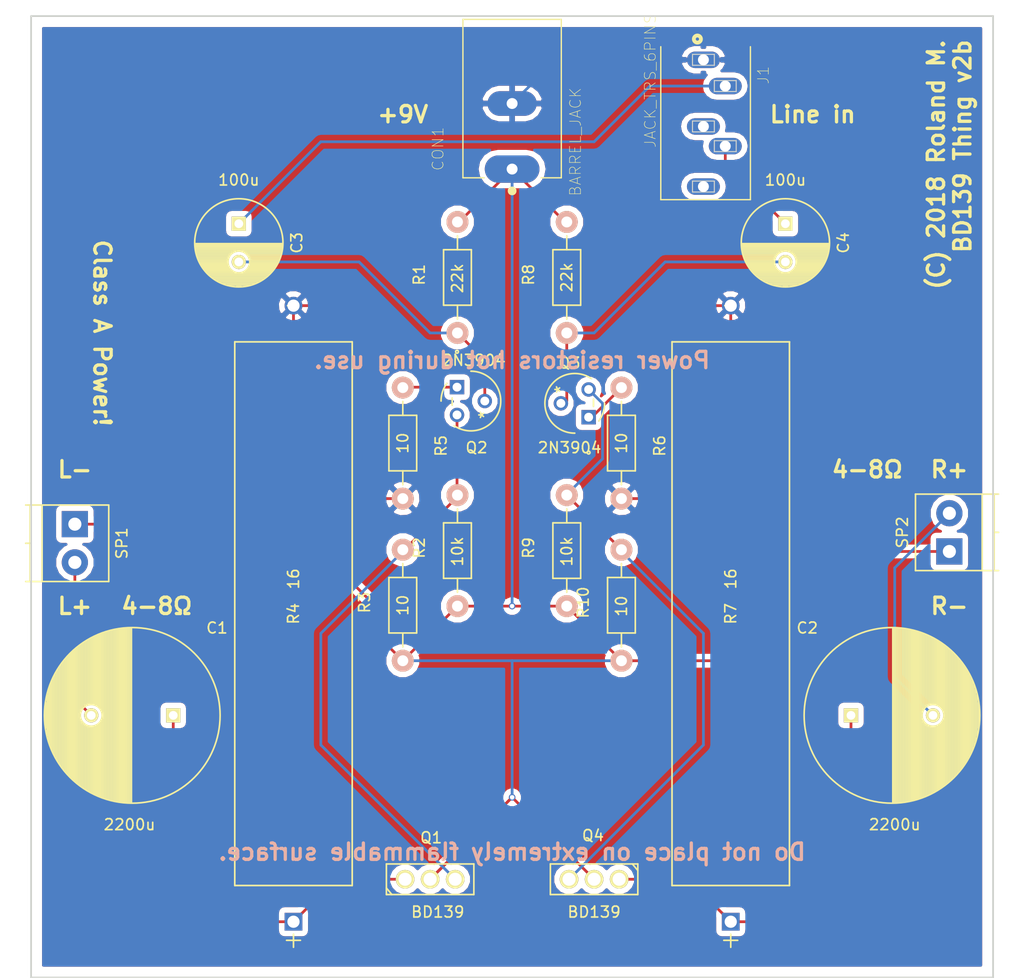
<source format=kicad_pcb>
(kicad_pcb (version 4) (host pcbnew 4.0.4-snap1-stable)

  (general
    (links 35)
    (no_connects 0)
    (area 73.025 54.324999 167.075 144.075001)
    (thickness 1.6)
    (drawings 20)
    (tracks 93)
    (zones 0)
    (modules 22)
    (nets 17)
  )

  (page A4)
  (layers
    (0 F.Cu signal)
    (31 B.Cu signal)
    (32 B.Adhes user)
    (33 F.Adhes user)
    (34 B.Paste user)
    (35 F.Paste user)
    (36 B.SilkS user)
    (37 F.SilkS user)
    (38 B.Mask user)
    (39 F.Mask user)
    (40 Dwgs.User user hide)
    (41 Cmts.User user hide)
    (42 Eco1.User user)
    (43 Eco2.User user)
    (44 Edge.Cuts user)
    (45 Margin user)
    (46 B.CrtYd user)
    (47 F.CrtYd user)
    (48 B.Fab user)
    (49 F.Fab user)
  )

  (setup
    (last_trace_width 0.25)
    (trace_clearance 0.2)
    (zone_clearance 0.508)
    (zone_45_only no)
    (trace_min 0.2)
    (segment_width 0.2)
    (edge_width 0.15)
    (via_size 0.6)
    (via_drill 0.4)
    (via_min_size 0.4)
    (via_min_drill 0.3)
    (uvia_size 0.3)
    (uvia_drill 0.1)
    (uvias_allowed no)
    (uvia_min_size 0.2)
    (uvia_min_drill 0.1)
    (pcb_text_width 0.3)
    (pcb_text_size 1.5 1.5)
    (mod_edge_width 0.15)
    (mod_text_size 1 1)
    (mod_text_width 0.15)
    (pad_size 4.5 2.25)
    (pad_drill 1)
    (pad_to_mask_clearance 0.2)
    (aux_axis_origin 120 100)
    (visible_elements FFFFFF7F)
    (pcbplotparams
      (layerselection 0x00030_80000001)
      (usegerberextensions false)
      (excludeedgelayer true)
      (linewidth 0.100000)
      (plotframeref false)
      (viasonmask false)
      (mode 1)
      (useauxorigin false)
      (hpglpennumber 1)
      (hpglpenspeed 20)
      (hpglpendiameter 15)
      (hpglpenoverlay 2)
      (psnegative false)
      (psa4output false)
      (plotreference true)
      (plotvalue true)
      (plotinvisibletext false)
      (padsonsilk false)
      (subtractmaskfromsilk false)
      (outputformat 1)
      (mirror false)
      (drillshape 1)
      (scaleselection 1)
      (outputdirectory ""))
  )

  (net 0 "")
  (net 1 "Net-(C1-Pad1)")
  (net 2 "Net-(C1-Pad2)")
  (net 3 "Net-(C2-Pad1)")
  (net 4 "Net-(C2-Pad2)")
  (net 5 "Net-(C3-Pad2)")
  (net 6 "Net-(C4-Pad2)")
  (net 7 +6V)
  (net 8 "Net-(Q1-Pad3)")
  (net 9 "Net-(Q3-Pad3)")
  (net 10 GND)
  (net 11 L)
  (net 12 R)
  (net 13 "Net-(Q3-Pad1)")
  (net 14 "Net-(J1-Pad5)")
  (net 15 "Net-(J1-Pad4)")
  (net 16 "Net-(Q2-Pad1)")

  (net_class Default "This is the default net class."
    (clearance 0.2)
    (trace_width 0.25)
    (via_dia 0.6)
    (via_drill 0.4)
    (uvia_dia 0.3)
    (uvia_drill 0.1)
    (add_net +6V)
    (add_net GND)
    (add_net L)
    (add_net "Net-(C1-Pad1)")
    (add_net "Net-(C1-Pad2)")
    (add_net "Net-(C2-Pad1)")
    (add_net "Net-(C2-Pad2)")
    (add_net "Net-(C3-Pad2)")
    (add_net "Net-(C4-Pad2)")
    (add_net "Net-(J1-Pad4)")
    (add_net "Net-(J1-Pad5)")
    (add_net "Net-(Q1-Pad3)")
    (add_net "Net-(Q2-Pad1)")
    (add_net "Net-(Q3-Pad1)")
    (add_net "Net-(Q3-Pad3)")
    (add_net R)
  )

  (module Resistors_ThroughHole:Resistor_Horizontal_RM10mm (layer F.Cu) (tedit 5BD77CAC) (tstamp 5BB46EBA)
    (at 125 85 90)
    (descr "Resistor, Axial,  RM 10mm, 1/3W")
    (tags "Resistor Axial RM 10mm 1/3W")
    (path /5BB3712C)
    (fp_text reference R8 (at 5.32892 -3.50012 90) (layer F.SilkS)
      (effects (font (size 1 1) (thickness 0.15)))
    )
    (fp_text value 22k (at 5.08 0 90) (layer F.SilkS)
      (effects (font (size 1 1) (thickness 0.15)))
    )
    (fp_line (start -1.25 -1.5) (end 11.4 -1.5) (layer F.CrtYd) (width 0.05))
    (fp_line (start -1.25 1.5) (end -1.25 -1.5) (layer F.CrtYd) (width 0.05))
    (fp_line (start 11.4 -1.5) (end 11.4 1.5) (layer F.CrtYd) (width 0.05))
    (fp_line (start -1.25 1.5) (end 11.4 1.5) (layer F.CrtYd) (width 0.05))
    (fp_line (start 2.54 -1.27) (end 7.62 -1.27) (layer F.SilkS) (width 0.15))
    (fp_line (start 7.62 -1.27) (end 7.62 1.27) (layer F.SilkS) (width 0.15))
    (fp_line (start 7.62 1.27) (end 2.54 1.27) (layer F.SilkS) (width 0.15))
    (fp_line (start 2.54 1.27) (end 2.54 -1.27) (layer F.SilkS) (width 0.15))
    (fp_line (start 2.54 0) (end 1.27 0) (layer F.SilkS) (width 0.15))
    (fp_line (start 7.62 0) (end 8.89 0) (layer F.SilkS) (width 0.15))
    (pad 1 thru_hole circle (at 0 0 90) (size 1.99898 1.99898) (drill 1.00076) (layers *.Cu *.SilkS *.Mask)
      (net 6 "Net-(C4-Pad2)"))
    (pad 2 thru_hole circle (at 10.16 0 90) (size 1.99898 1.99898) (drill 1.00076) (layers *.Cu *.SilkS *.Mask)
      (net 7 +6V))
    (model Resistors_ThroughHole.3dshapes/Resistor_Horizontal_RM10mm.wrl
      (at (xyz 0.2 0 0))
      (scale (xyz 0.4 0.4 0.4))
      (rotate (xyz 0 0 0))
    )
  )

  (module SJ1-3535NG-GR:CUI_SJ1-3535NG-GR (layer F.Cu) (tedit 0) (tstamp 5BB694FD)
    (at 137.5 60 270)
    (path /5BB5E1AF)
    (fp_text reference J1 (at 1.40089 -5.47622 270) (layer F.SilkS)
      (effects (font (size 1.00279 1.00279) (thickness 0.05)))
    )
    (fp_text value JACK_TRS_6PINS (at 1.92384 4.86418 270) (layer F.SilkS)
      (effects (font (size 1.00148 1.00148) (thickness 0.05)))
    )
    (fp_line (start -0.5 -1) (end 0.5 -1) (layer Edge.Cuts) (width 0))
    (fp_line (start 0.5 -1) (end 0.5 1) (layer Edge.Cuts) (width 0))
    (fp_line (start 0.5 1) (end -0.5 1) (layer Edge.Cuts) (width 0))
    (fp_line (start -0.5 1) (end -0.5 -1) (layer Edge.Cuts) (width 0))
    (fp_line (start 1.9 -3) (end 2.9 -3) (layer Edge.Cuts) (width 0))
    (fp_line (start 2.9 -3) (end 2.9 -1) (layer Edge.Cuts) (width 0))
    (fp_line (start 2.9 -1) (end 1.9 -1) (layer Edge.Cuts) (width 0))
    (fp_line (start 1.9 -1) (end 1.9 -3) (layer Edge.Cuts) (width 0))
    (fp_line (start 5.6 -1) (end 6.6 -1) (layer Edge.Cuts) (width 0))
    (fp_line (start 6.6 -1) (end 6.6 1) (layer Edge.Cuts) (width 0))
    (fp_line (start 6.6 1) (end 5.6 1) (layer Edge.Cuts) (width 0))
    (fp_line (start 5.6 1) (end 5.6 -1) (layer Edge.Cuts) (width 0))
    (fp_line (start 7.4 -3) (end 8.4 -3) (layer Edge.Cuts) (width 0))
    (fp_line (start 8.4 -3) (end 8.4 -1) (layer Edge.Cuts) (width 0))
    (fp_line (start 8.4 -1) (end 7.4 -1) (layer Edge.Cuts) (width 0))
    (fp_line (start 7.4 -1) (end 7.4 -3) (layer Edge.Cuts) (width 0))
    (fp_line (start 11.1 -1) (end 12.1 -1) (layer Edge.Cuts) (width 0))
    (fp_line (start 12.1 -1) (end 12.1 1) (layer Edge.Cuts) (width 0))
    (fp_line (start 12.1 1) (end 11.1 1) (layer Edge.Cuts) (width 0))
    (fp_line (start 11.1 1) (end 11.1 -1) (layer Edge.Cuts) (width 0))
    (fp_line (start 12.8 3.9) (end -1.2 3.9) (layer Dwgs.User) (width 0.127))
    (fp_line (start -1.2 3.9) (end -1.2 -0.1) (layer Dwgs.User) (width 0.127))
    (fp_line (start -1.2 -0.1) (end -5.2 -0.1) (layer Dwgs.User) (width 0.127))
    (fp_line (start -5.2 -0.1) (end -5.2 -3.7) (layer Dwgs.User) (width 0.127))
    (fp_line (start -5.2 -3.7) (end -1.2 -3.7) (layer Dwgs.User) (width 0.127))
    (fp_line (start -1.2 -3.7) (end -1.2 -4.3) (layer Dwgs.User) (width 0.127))
    (fp_line (start -1.2 -4.3) (end 12.8 -4.3) (layer Dwgs.User) (width 0.127))
    (fp_line (start 12.8 -4.3) (end 12.8 3.9) (layer Dwgs.User) (width 0.127))
    (fp_line (start -1.2 -4.3) (end 12.8 -4.3) (layer F.SilkS) (width 0.127))
    (fp_line (start 12.8 -4.3) (end 12.8 3.9) (layer F.SilkS) (width 0.127))
    (fp_line (start 12.8 3.9) (end -1.2 3.9) (layer F.SilkS) (width 0.127))
    (fp_circle (center -1.9 0.55) (end -1.75 0.55) (layer F.SilkS) (width 0.35))
    (fp_line (start -1.45 -4.55) (end 13.05 -4.55) (layer Eco1.User) (width 0.05))
    (fp_line (start 13.05 -4.55) (end 13.05 4.15) (layer Eco1.User) (width 0.05))
    (fp_line (start 13.05 4.15) (end -1.45 4.15) (layer Eco1.User) (width 0.05))
    (fp_line (start -1.45 4.15) (end -1.45 0.15) (layer Eco1.User) (width 0.05))
    (fp_line (start -1.45 0.15) (end -5.45 0.15) (layer Eco1.User) (width 0.05))
    (fp_line (start -5.45 0.15) (end -5.45 -3.95) (layer Eco1.User) (width 0.05))
    (fp_line (start -5.45 -3.95) (end -1.45 -3.95) (layer Eco1.User) (width 0.05))
    (fp_line (start -1.45 -3.95) (end -1.45 -4.55) (layer Eco1.User) (width 0.05))
    (pad 1 thru_hole oval (at 0 0 180) (size 3.016 1.508) (drill 1) (layers *.Cu *.Mask)
      (net 10 GND))
    (pad 2 thru_hole oval (at 2.4 -2 180) (size 3.016 1.508) (drill 1) (layers *.Cu *.Mask)
      (net 11 L))
    (pad 5 thru_hole oval (at 6.1 0 180) (size 3.016 1.508) (drill 1) (layers *.Cu *.Mask)
      (net 14 "Net-(J1-Pad5)"))
    (pad 3 thru_hole oval (at 7.9 -2 180) (size 3.016 1.508) (drill 1) (layers *.Cu *.Mask)
      (net 12 R))
    (pad 4 thru_hole oval (at 11.6 0 180) (size 3.016 1.508) (drill 1) (layers *.Cu *.Mask)
      (net 15 "Net-(J1-Pad4)"))
  )

  (module PJ-037A:CUI_PJ-037A (layer F.Cu) (tedit 5BD77B45) (tstamp 5BB69359)
    (at 120 70 90)
    (path /5BB5DD48)
    (fp_text reference CON1 (at 1.85469 -6.78218 90) (layer F.SilkS)
      (effects (font (size 1.00254 1.00254) (thickness 0.05)))
    )
    (fp_text value BARREL_JACK (at 2.49265 5.79276 90) (layer F.SilkS)
      (effects (font (size 1.00308 1.00308) (thickness 0.05)))
    )
    (fp_line (start 0.5 1.75) (end -0.5 1.75) (layer Edge.Cuts) (width 0.0001))
    (fp_line (start -0.5 1.75) (end -0.5 -1.75) (layer Edge.Cuts) (width 0.0001))
    (fp_line (start -0.5 -1.75) (end 0.5 -1.75) (layer Edge.Cuts) (width 0.0001))
    (fp_line (start 0.5 -1.75) (end 0.5 1.75) (layer Edge.Cuts) (width 0.0001))
    (fp_line (start 6.5 1.5) (end 5.5 1.5) (layer Edge.Cuts) (width 0.0001))
    (fp_line (start 5.5 1.5) (end 5.5 -1.5) (layer Edge.Cuts) (width 0.0001))
    (fp_line (start 5.5 -1.5) (end 6.5 -1.5) (layer Edge.Cuts) (width 0.0001))
    (fp_line (start 6.5 -1.5) (end 6.5 1.5) (layer Edge.Cuts) (width 0.0001))
    (fp_line (start -0.8 -4.5) (end 13.7 -4.5) (layer Dwgs.User) (width 0.127))
    (fp_line (start 13.7 4.5) (end -0.8 4.5) (layer Dwgs.User) (width 0.127))
    (fp_line (start -0.8 4.5) (end -0.8 -4.5) (layer Dwgs.User) (width 0.127))
    (fp_line (start 13.7 -4.5) (end 13.7 4.5) (layer F.SilkS) (width 0.127))
    (fp_line (start 13.7 4.5) (end -0.8 4.5) (layer F.SilkS) (width 0.127))
    (fp_line (start -0.8 4.5) (end -0.8 2.65) (layer F.SilkS) (width 0.127))
    (fp_line (start -0.8 -4.5) (end 13.7 -4.5) (layer F.SilkS) (width 0.127))
    (fp_line (start -0.8 -2.55) (end -0.8 -4.5) (layer F.SilkS) (width 0.127))
    (fp_line (start -1.1 -4.75) (end 13.95 -4.75) (layer Eco1.User) (width 0.05))
    (fp_line (start 13.95 -4.75) (end 13.95 4.75) (layer Eco1.User) (width 0.05))
    (fp_line (start 13.95 4.75) (end -1.1 4.75) (layer Eco1.User) (width 0.05))
    (fp_line (start -1.1 4.75) (end -1.1 2.35) (layer Eco1.User) (width 0.05))
    (fp_circle (center -2 0) (end -1.8 0) (layer F.SilkS) (width 0.4))
    (fp_line (start -1.1 -2.25) (end -1.1 -4.75) (layer Eco1.User) (width 0.05))
    (fp_line (start -1.1 -2.25) (end -1.55 -2.25) (layer Eco1.User) (width 0.05))
    (fp_line (start -1.55 -2.25) (end -1.55 2.35) (layer Eco1.User) (width 0.05))
    (fp_line (start -1.55 2.35) (end -1.1 2.35) (layer Eco1.User) (width 0.05))
    (fp_line (start 13.7 -4.5) (end 13.7 4.5) (layer Dwgs.User) (width 0.127))
    (pad 1 thru_hole oval (at 0 0 180) (size 5 2.5) (drill 1) (layers *.Cu *.Mask)
      (net 7 +6V))
    (pad 2 thru_hole oval (at 6 0 180) (size 4.5 2.25) (drill 1) (layers *.Cu *.Mask)
      (net 10 GND))
  )

  (module Capacitors_ThroughHole:C_Radial_D8_L11.5_P3.5 (layer F.Cu) (tedit 5BD784F5) (tstamp 5BB46E6E)
    (at 145 75 270)
    (descr "Radial Electrolytic Capacitor Diameter 8mm x Length 11.5mm, Pitch 3.5mm")
    (tags "Electrolytic Capacitor")
    (path /5BB3B2BF)
    (fp_text reference C4 (at 1.75 -5.3 270) (layer F.SilkS)
      (effects (font (size 1 1) (thickness 0.15)))
    )
    (fp_text value 100u (at -4 0 360) (layer F.SilkS)
      (effects (font (size 1 1) (thickness 0.15)))
    )
    (fp_line (start 1.825 -3.999) (end 1.825 3.999) (layer F.SilkS) (width 0.15))
    (fp_line (start 1.965 -3.994) (end 1.965 3.994) (layer F.SilkS) (width 0.15))
    (fp_line (start 2.105 -3.984) (end 2.105 3.984) (layer F.SilkS) (width 0.15))
    (fp_line (start 2.245 -3.969) (end 2.245 3.969) (layer F.SilkS) (width 0.15))
    (fp_line (start 2.385 -3.949) (end 2.385 3.949) (layer F.SilkS) (width 0.15))
    (fp_line (start 2.525 -3.924) (end 2.525 -0.222) (layer F.SilkS) (width 0.15))
    (fp_line (start 2.525 0.222) (end 2.525 3.924) (layer F.SilkS) (width 0.15))
    (fp_line (start 2.665 -3.894) (end 2.665 -0.55) (layer F.SilkS) (width 0.15))
    (fp_line (start 2.665 0.55) (end 2.665 3.894) (layer F.SilkS) (width 0.15))
    (fp_line (start 2.805 -3.858) (end 2.805 -0.719) (layer F.SilkS) (width 0.15))
    (fp_line (start 2.805 0.719) (end 2.805 3.858) (layer F.SilkS) (width 0.15))
    (fp_line (start 2.945 -3.817) (end 2.945 -0.832) (layer F.SilkS) (width 0.15))
    (fp_line (start 2.945 0.832) (end 2.945 3.817) (layer F.SilkS) (width 0.15))
    (fp_line (start 3.085 -3.771) (end 3.085 -0.91) (layer F.SilkS) (width 0.15))
    (fp_line (start 3.085 0.91) (end 3.085 3.771) (layer F.SilkS) (width 0.15))
    (fp_line (start 3.225 -3.718) (end 3.225 -0.961) (layer F.SilkS) (width 0.15))
    (fp_line (start 3.225 0.961) (end 3.225 3.718) (layer F.SilkS) (width 0.15))
    (fp_line (start 3.365 -3.659) (end 3.365 -0.991) (layer F.SilkS) (width 0.15))
    (fp_line (start 3.365 0.991) (end 3.365 3.659) (layer F.SilkS) (width 0.15))
    (fp_line (start 3.505 -3.594) (end 3.505 -1) (layer F.SilkS) (width 0.15))
    (fp_line (start 3.505 1) (end 3.505 3.594) (layer F.SilkS) (width 0.15))
    (fp_line (start 3.645 -3.523) (end 3.645 -0.989) (layer F.SilkS) (width 0.15))
    (fp_line (start 3.645 0.989) (end 3.645 3.523) (layer F.SilkS) (width 0.15))
    (fp_line (start 3.785 -3.444) (end 3.785 -0.959) (layer F.SilkS) (width 0.15))
    (fp_line (start 3.785 0.959) (end 3.785 3.444) (layer F.SilkS) (width 0.15))
    (fp_line (start 3.925 -3.357) (end 3.925 -0.905) (layer F.SilkS) (width 0.15))
    (fp_line (start 3.925 0.905) (end 3.925 3.357) (layer F.SilkS) (width 0.15))
    (fp_line (start 4.065 -3.262) (end 4.065 -0.825) (layer F.SilkS) (width 0.15))
    (fp_line (start 4.065 0.825) (end 4.065 3.262) (layer F.SilkS) (width 0.15))
    (fp_line (start 4.205 -3.158) (end 4.205 -0.709) (layer F.SilkS) (width 0.15))
    (fp_line (start 4.205 0.709) (end 4.205 3.158) (layer F.SilkS) (width 0.15))
    (fp_line (start 4.345 -3.044) (end 4.345 -0.535) (layer F.SilkS) (width 0.15))
    (fp_line (start 4.345 0.535) (end 4.345 3.044) (layer F.SilkS) (width 0.15))
    (fp_line (start 4.485 -2.919) (end 4.485 -0.173) (layer F.SilkS) (width 0.15))
    (fp_line (start 4.485 0.173) (end 4.485 2.919) (layer F.SilkS) (width 0.15))
    (fp_line (start 4.625 -2.781) (end 4.625 2.781) (layer F.SilkS) (width 0.15))
    (fp_line (start 4.765 -2.629) (end 4.765 2.629) (layer F.SilkS) (width 0.15))
    (fp_line (start 4.905 -2.459) (end 4.905 2.459) (layer F.SilkS) (width 0.15))
    (fp_line (start 5.045 -2.268) (end 5.045 2.268) (layer F.SilkS) (width 0.15))
    (fp_line (start 5.185 -2.05) (end 5.185 2.05) (layer F.SilkS) (width 0.15))
    (fp_line (start 5.325 -1.794) (end 5.325 1.794) (layer F.SilkS) (width 0.15))
    (fp_line (start 5.465 -1.483) (end 5.465 1.483) (layer F.SilkS) (width 0.15))
    (fp_line (start 5.605 -1.067) (end 5.605 1.067) (layer F.SilkS) (width 0.15))
    (fp_line (start 5.745 -0.2) (end 5.745 0.2) (layer F.SilkS) (width 0.15))
    (fp_circle (center 3.5 0) (end 3.5 -1) (layer F.SilkS) (width 0.15))
    (fp_circle (center 1.75 0) (end 1.75 -4.0375) (layer F.SilkS) (width 0.15))
    (fp_circle (center 1.75 0) (end 1.75 -4.3) (layer F.CrtYd) (width 0.05))
    (pad 2 thru_hole circle (at 3.5 0 270) (size 1.3 1.3) (drill 0.8) (layers *.Cu *.Mask F.SilkS)
      (net 6 "Net-(C4-Pad2)"))
    (pad 1 thru_hole rect (at 0 0 270) (size 1.3 1.3) (drill 0.8) (layers *.Cu *.Mask F.SilkS)
      (net 12 R))
    (model Capacitors_ThroughHole.3dshapes/C_Radial_D8_L11.5_P3.5.wrl
      (at (xyz 0 0 0))
      (scale (xyz 1 1 1))
      (rotate (xyz 0 0 0))
    )
  )

  (module footprints:SQP10AJB-16R (layer F.Cu) (tedit 5BC06E99) (tstamp 5BB69BE7)
    (at 100 82.5 90)
    (path /5BB36F84)
    (fp_text reference R4 (at -28.194 0 90) (layer F.SilkS)
      (effects (font (size 1 1) (thickness 0.15)))
    )
    (fp_text value 16 (at -25 0 90) (layer F.SilkS)
      (effects (font (size 1 1) (thickness 0.15)))
    )
    (fp_text user "Copyright 2016 Accelerated Designs. All rights reserved." (at 0 0 90) (layer Cmts.User)
      (effects (font (size 0.127 0.127) (thickness 0.002)))
    )
    (fp_text user * (at 0 0 90) (layer F.SilkS)
      (effects (font (size 1 1) (thickness 0.15)))
    )
    (fp_text user * (at 0 0 90) (layer F.Fab)
      (effects (font (size 1 1) (thickness 0.15)))
    )
    (fp_line (start -58.7248 0) (end -57.4548 0) (layer F.Fab) (width 0.1524))
    (fp_line (start -58.0898 -0.635) (end -58.0898 0.635) (layer F.Fab) (width 0.1524))
    (fp_line (start -58.7248 0) (end -57.53354 0) (layer F.SilkS) (width 0.1524))
    (fp_line (start -58.0898 -0.635) (end -58.0898 0.635) (layer F.SilkS) (width 0.1524))
    (fp_line (start -56.388 0) (end -52.9463 0) (layer F.Fab) (width 0.1524))
    (fp_line (start 0 0) (end -3.4417 0) (layer F.Fab) (width 0.1524))
    (fp_line (start -52.9463 5.2451) (end -3.4417 5.2451) (layer F.Fab) (width 0.1524))
    (fp_line (start -3.4417 5.2451) (end -3.4417 -5.2451) (layer F.Fab) (width 0.1524))
    (fp_line (start -3.4417 -5.2451) (end -52.9463 -5.2451) (layer F.Fab) (width 0.1524))
    (fp_line (start -52.9463 -5.2451) (end -52.9463 5.2451) (layer F.Fab) (width 0.1524))
    (fp_line (start -53.0733 5.3721) (end -3.3147 5.3721) (layer F.SilkS) (width 0.1524))
    (fp_line (start -3.3147 5.3721) (end -3.3147 -5.3721) (layer F.SilkS) (width 0.1524))
    (fp_line (start -3.3147 -5.3721) (end -53.0733 -5.3721) (layer F.SilkS) (width 0.1524))
    (fp_line (start -53.0733 -5.3721) (end -53.0733 5.3721) (layer F.SilkS) (width 0.1524))
    (fp_line (start -57.4548 1.0668) (end -57.4548 -1.0668) (layer F.CrtYd) (width 0.1524))
    (fp_line (start -57.4548 -1.0668) (end -53.2003 -1.0668) (layer F.CrtYd) (width 0.1524))
    (fp_line (start -53.2003 -1.0668) (end -53.2003 -5.4991) (layer F.CrtYd) (width 0.1524))
    (fp_line (start -53.2003 -5.4991) (end -3.1877 -5.4991) (layer F.CrtYd) (width 0.1524))
    (fp_line (start -3.1877 -5.4991) (end -3.1877 -1.0668) (layer F.CrtYd) (width 0.1524))
    (fp_line (start -3.1877 -1.0668) (end 1.0668 -1.0668) (layer F.CrtYd) (width 0.1524))
    (fp_line (start 1.0668 -1.0668) (end 1.0668 1.0668) (layer F.CrtYd) (width 0.1524))
    (fp_line (start 1.0668 1.0668) (end -3.1877 1.0668) (layer F.CrtYd) (width 0.1524))
    (fp_line (start -3.1877 1.0668) (end -3.1877 5.4991) (layer F.CrtYd) (width 0.1524))
    (fp_line (start -3.1877 5.4991) (end -53.2003 5.4991) (layer F.CrtYd) (width 0.1524))
    (fp_line (start -53.2003 5.4991) (end -53.2003 1.0668) (layer F.CrtYd) (width 0.1524))
    (fp_line (start -53.2003 1.0668) (end -57.4548 1.0668) (layer F.CrtYd) (width 0.1524))
    (pad 1 thru_hole rect (at -56.388 0 90) (size 1.6256 1.6256) (drill 1.1176) (layers *.Cu *.Mask)
      (net 1 "Net-(C1-Pad1)"))
    (pad 2 thru_hole circle (at 0 0 90) (size 1.6256 1.6256) (drill 1.1176) (layers *.Cu *.Mask)
      (net 10 GND))
  )

  (module Capacitors_ThroughHole:C_Radial_D16_L30_P7.5 (layer F.Cu) (tedit 5BD78542) (tstamp 5BB46E5C)
    (at 89 120 180)
    (descr "Radial Electrolytic Capacitor Diameter 16mm x Length 25mm, Pitch 7.5mm")
    (tags "Electrolytic Capacitor")
    (path /5BB37AAC)
    (fp_text reference C1 (at -4 8 180) (layer F.SilkS)
      (effects (font (size 1 1) (thickness 0.15)))
    )
    (fp_text value 2200u (at 4 -10 360) (layer F.SilkS)
      (effects (font (size 1 1) (thickness 0.15)))
    )
    (fp_line (start 3.825 -8) (end 3.825 8) (layer F.SilkS) (width 0.15))
    (fp_line (start 3.965 -7.997) (end 3.965 7.997) (layer F.SilkS) (width 0.15))
    (fp_line (start 4.105 -7.992) (end 4.105 7.992) (layer F.SilkS) (width 0.15))
    (fp_line (start 4.245 -7.985) (end 4.245 7.985) (layer F.SilkS) (width 0.15))
    (fp_line (start 4.385 -7.975) (end 4.385 7.975) (layer F.SilkS) (width 0.15))
    (fp_line (start 4.525 -7.962) (end 4.525 7.962) (layer F.SilkS) (width 0.15))
    (fp_line (start 4.665 -7.948) (end 4.665 7.948) (layer F.SilkS) (width 0.15))
    (fp_line (start 4.805 -7.93) (end 4.805 7.93) (layer F.SilkS) (width 0.15))
    (fp_line (start 4.945 -7.91) (end 4.945 7.91) (layer F.SilkS) (width 0.15))
    (fp_line (start 5.085 -7.888) (end 5.085 7.888) (layer F.SilkS) (width 0.15))
    (fp_line (start 5.225 -7.863) (end 5.225 7.863) (layer F.SilkS) (width 0.15))
    (fp_line (start 5.365 -7.835) (end 5.365 7.835) (layer F.SilkS) (width 0.15))
    (fp_line (start 5.505 -7.805) (end 5.505 7.805) (layer F.SilkS) (width 0.15))
    (fp_line (start 5.645 -7.772) (end 5.645 7.772) (layer F.SilkS) (width 0.15))
    (fp_line (start 5.785 -7.737) (end 5.785 7.737) (layer F.SilkS) (width 0.15))
    (fp_line (start 5.925 -7.699) (end 5.925 7.699) (layer F.SilkS) (width 0.15))
    (fp_line (start 6.065 -7.658) (end 6.065 7.658) (layer F.SilkS) (width 0.15))
    (fp_line (start 6.205 -7.614) (end 6.205 7.614) (layer F.SilkS) (width 0.15))
    (fp_line (start 6.345 -7.567) (end 6.345 7.567) (layer F.SilkS) (width 0.15))
    (fp_line (start 6.485 -7.518) (end 6.485 7.518) (layer F.SilkS) (width 0.15))
    (fp_line (start 6.625 -7.466) (end 6.625 -0.484) (layer F.SilkS) (width 0.15))
    (fp_line (start 6.625 0.484) (end 6.625 7.466) (layer F.SilkS) (width 0.15))
    (fp_line (start 6.765 -7.41) (end 6.765 -0.678) (layer F.SilkS) (width 0.15))
    (fp_line (start 6.765 0.678) (end 6.765 7.41) (layer F.SilkS) (width 0.15))
    (fp_line (start 6.905 -7.352) (end 6.905 -0.804) (layer F.SilkS) (width 0.15))
    (fp_line (start 6.905 0.804) (end 6.905 7.352) (layer F.SilkS) (width 0.15))
    (fp_line (start 7.045 -7.29) (end 7.045 -0.89) (layer F.SilkS) (width 0.15))
    (fp_line (start 7.045 0.89) (end 7.045 7.29) (layer F.SilkS) (width 0.15))
    (fp_line (start 7.185 -7.225) (end 7.185 -0.949) (layer F.SilkS) (width 0.15))
    (fp_line (start 7.185 0.949) (end 7.185 7.225) (layer F.SilkS) (width 0.15))
    (fp_line (start 7.325 -7.157) (end 7.325 -0.985) (layer F.SilkS) (width 0.15))
    (fp_line (start 7.325 0.985) (end 7.325 7.157) (layer F.SilkS) (width 0.15))
    (fp_line (start 7.465 -7.085) (end 7.465 -0.999) (layer F.SilkS) (width 0.15))
    (fp_line (start 7.465 0.999) (end 7.465 7.085) (layer F.SilkS) (width 0.15))
    (fp_line (start 7.605 -7.01) (end 7.605 -0.994) (layer F.SilkS) (width 0.15))
    (fp_line (start 7.605 0.994) (end 7.605 7.01) (layer F.SilkS) (width 0.15))
    (fp_line (start 7.745 -6.931) (end 7.745 -0.97) (layer F.SilkS) (width 0.15))
    (fp_line (start 7.745 0.97) (end 7.745 6.931) (layer F.SilkS) (width 0.15))
    (fp_line (start 7.885 -6.848) (end 7.885 -0.923) (layer F.SilkS) (width 0.15))
    (fp_line (start 7.885 0.923) (end 7.885 6.848) (layer F.SilkS) (width 0.15))
    (fp_line (start 8.025 -6.762) (end 8.025 -0.851) (layer F.SilkS) (width 0.15))
    (fp_line (start 8.025 0.851) (end 8.025 6.762) (layer F.SilkS) (width 0.15))
    (fp_line (start 8.165 -6.671) (end 8.165 -0.747) (layer F.SilkS) (width 0.15))
    (fp_line (start 8.165 0.747) (end 8.165 6.671) (layer F.SilkS) (width 0.15))
    (fp_line (start 8.305 -6.577) (end 8.305 -0.593) (layer F.SilkS) (width 0.15))
    (fp_line (start 8.305 0.593) (end 8.305 6.577) (layer F.SilkS) (width 0.15))
    (fp_line (start 8.445 -6.477) (end 8.445 -0.327) (layer F.SilkS) (width 0.15))
    (fp_line (start 8.445 0.327) (end 8.445 6.477) (layer F.SilkS) (width 0.15))
    (fp_line (start 8.585 -6.374) (end 8.585 6.374) (layer F.SilkS) (width 0.15))
    (fp_line (start 8.725 -6.265) (end 8.725 6.265) (layer F.SilkS) (width 0.15))
    (fp_line (start 8.865 -6.151) (end 8.865 6.151) (layer F.SilkS) (width 0.15))
    (fp_line (start 9.005 -6.032) (end 9.005 6.032) (layer F.SilkS) (width 0.15))
    (fp_line (start 9.145 -5.907) (end 9.145 5.907) (layer F.SilkS) (width 0.15))
    (fp_line (start 9.285 -5.776) (end 9.285 5.776) (layer F.SilkS) (width 0.15))
    (fp_line (start 9.425 -5.639) (end 9.425 5.639) (layer F.SilkS) (width 0.15))
    (fp_line (start 9.565 -5.494) (end 9.565 5.494) (layer F.SilkS) (width 0.15))
    (fp_line (start 9.705 -5.342) (end 9.705 5.342) (layer F.SilkS) (width 0.15))
    (fp_line (start 9.845 -5.182) (end 9.845 5.182) (layer F.SilkS) (width 0.15))
    (fp_line (start 9.985 -5.012) (end 9.985 5.012) (layer F.SilkS) (width 0.15))
    (fp_line (start 10.125 -4.833) (end 10.125 4.833) (layer F.SilkS) (width 0.15))
    (fp_line (start 10.265 -4.643) (end 10.265 4.643) (layer F.SilkS) (width 0.15))
    (fp_line (start 10.405 -4.44) (end 10.405 4.44) (layer F.SilkS) (width 0.15))
    (fp_line (start 10.545 -4.222) (end 10.545 4.222) (layer F.SilkS) (width 0.15))
    (fp_line (start 10.685 -3.988) (end 10.685 3.988) (layer F.SilkS) (width 0.15))
    (fp_line (start 10.825 -3.734) (end 10.825 3.734) (layer F.SilkS) (width 0.15))
    (fp_line (start 10.965 -3.456) (end 10.965 3.456) (layer F.SilkS) (width 0.15))
    (fp_line (start 11.105 -3.147) (end 11.105 3.147) (layer F.SilkS) (width 0.15))
    (fp_line (start 11.245 -2.797) (end 11.245 2.797) (layer F.SilkS) (width 0.15))
    (fp_line (start 11.385 -2.389) (end 11.385 2.389) (layer F.SilkS) (width 0.15))
    (fp_line (start 11.525 -1.884) (end 11.525 1.884) (layer F.SilkS) (width 0.15))
    (fp_line (start 11.665 -1.163) (end 11.665 1.163) (layer F.SilkS) (width 0.15))
    (fp_circle (center 7.5 0) (end 7.5 -1) (layer F.SilkS) (width 0.15))
    (fp_circle (center 3.75 0) (end 3.75 -8.0375) (layer F.SilkS) (width 0.15))
    (fp_circle (center 3.75 0) (end 3.75 -8.3) (layer F.CrtYd) (width 0.05))
    (pad 1 thru_hole rect (at 0 0 180) (size 1.3 1.3) (drill 0.8) (layers *.Cu *.Mask F.SilkS)
      (net 1 "Net-(C1-Pad1)"))
    (pad 2 thru_hole circle (at 7.5 0 180) (size 1.3 1.3) (drill 0.8) (layers *.Cu *.Mask F.SilkS)
      (net 2 "Net-(C1-Pad2)"))
    (model Capacitors_ThroughHole.3dshapes/C_Radial_D16_L30_P7.5.wrl
      (at (xyz 0.147638 0 0))
      (scale (xyz 1 1 1))
      (rotate (xyz 0 0 90))
    )
  )

  (module TO_SOT_Packages_THT:SOT126_SOT32_Housing_Vertical (layer F.Cu) (tedit 5BD77D0B) (tstamp 5BB46E75)
    (at 112.5 135)
    (descr "SOT126, SOT32, Housing, Vertical,")
    (tags "SOT126, SOT32, Housing, Vertical,")
    (path /5BB36EB4)
    (fp_text reference Q1 (at 0.09906 -3.79984) (layer F.SilkS)
      (effects (font (size 1 1) (thickness 0.15)))
    )
    (fp_text value BD139 (at 0.70104 3) (layer F.SilkS)
      (effects (font (size 1 1) (thickness 0.15)))
    )
    (fp_line (start -4.0005 0.8001) (end -3.50012 1.39954) (layer F.SilkS) (width 0.15))
    (fp_line (start -4.0005 1.39954) (end 4.0005 1.39954) (layer F.SilkS) (width 0.15))
    (fp_line (start -4.0005 -1.39954) (end 4.0005 -1.39954) (layer F.SilkS) (width 0.15))
    (fp_line (start -4.0005 -1.39954) (end -4.0005 1.39954) (layer F.SilkS) (width 0.15))
    (fp_line (start 4.0005 -1.39954) (end 4.0005 1.39954) (layer F.SilkS) (width 0.15))
    (pad 2 thru_hole circle (at 0 0) (size 1.69926 1.69926) (drill 1.19888) (layers *.Cu *.Mask F.SilkS)
      (net 7 +6V))
    (pad 1 thru_hole circle (at -2.29108 0) (size 1.69926 1.69926) (drill 1.19888) (layers *.Cu *.Mask F.SilkS)
      (net 1 "Net-(C1-Pad1)"))
    (pad 3 thru_hole circle (at 2.29108 0) (size 1.69926 1.69926) (drill 1.19888) (layers *.Cu *.Mask F.SilkS)
      (net 8 "Net-(Q1-Pad3)"))
    (model TO_SOT_Packages_THT.3dshapes/SOT126_SOT32_Housing_Vertical.wrl
      (at (xyz 0 0 0))
      (scale (xyz 0.3937 0.3937 0.3937))
      (rotate (xyz 0 0 0))
    )
  )

  (module Resistors_ThroughHole:Resistor_Horizontal_RM10mm (layer F.Cu) (tedit 5BD77CE9) (tstamp 5BB5365A)
    (at 110 115 90)
    (descr "Resistor, Axial,  RM 10mm, 1/3W")
    (tags "Resistor Axial RM 10mm 1/3W")
    (path /5BB36FB1)
    (fp_text reference R3 (at 5.32892 -3.50012 90) (layer F.SilkS)
      (effects (font (size 1 1) (thickness 0.15)))
    )
    (fp_text value 10 (at 5.08 0 90) (layer F.SilkS)
      (effects (font (size 1 1) (thickness 0.15)))
    )
    (fp_line (start -1.25 -1.5) (end 11.4 -1.5) (layer F.CrtYd) (width 0.05))
    (fp_line (start -1.25 1.5) (end -1.25 -1.5) (layer F.CrtYd) (width 0.05))
    (fp_line (start 11.4 -1.5) (end 11.4 1.5) (layer F.CrtYd) (width 0.05))
    (fp_line (start -1.25 1.5) (end 11.4 1.5) (layer F.CrtYd) (width 0.05))
    (fp_line (start 2.54 -1.27) (end 7.62 -1.27) (layer F.SilkS) (width 0.15))
    (fp_line (start 7.62 -1.27) (end 7.62 1.27) (layer F.SilkS) (width 0.15))
    (fp_line (start 7.62 1.27) (end 2.54 1.27) (layer F.SilkS) (width 0.15))
    (fp_line (start 2.54 1.27) (end 2.54 -1.27) (layer F.SilkS) (width 0.15))
    (fp_line (start 2.54 0) (end 1.27 0) (layer F.SilkS) (width 0.15))
    (fp_line (start 7.62 0) (end 8.89 0) (layer F.SilkS) (width 0.15))
    (pad 1 thru_hole circle (at 0 0 90) (size 1.99898 1.99898) (drill 1.00076) (layers *.Cu *.SilkS *.Mask)
      (net 7 +6V))
    (pad 2 thru_hole circle (at 10.16 0 90) (size 1.99898 1.99898) (drill 1.00076) (layers *.Cu *.SilkS *.Mask)
      (net 8 "Net-(Q1-Pad3)"))
    (model Resistors_ThroughHole.3dshapes/Resistor_Horizontal_RM10mm.wrl
      (at (xyz 0.2 0 0))
      (scale (xyz 0.4 0.4 0.4))
      (rotate (xyz 0 0 0))
    )
  )

  (module TerminalBlock_Phoenix:TerminalBlock_Phoenix_PT-3.5mm_2pol (layer F.Cu) (tedit 59FF0756) (tstamp 5BC07FD7)
    (at 80 102.5 270)
    (descr "2-way 3.5mm pitch terminal block, Phoenix PT series")
    (path /5BB379F3)
    (fp_text reference SP1 (at 1.75 -4.3 270) (layer F.SilkS)
      (effects (font (size 1 1) (thickness 0.15)))
    )
    (fp_text value 6 (at 1.75 6 270) (layer F.Fab)
      (effects (font (size 1 1) (thickness 0.15)))
    )
    (fp_text user %R (at 1.75 0 270) (layer F.Fab)
      (effects (font (size 1 1) (thickness 0.15)))
    )
    (fp_line (start -1.9 -3.3) (end 5.4 -3.3) (layer F.CrtYd) (width 0.05))
    (fp_line (start -1.9 4.7) (end -1.9 -3.3) (layer F.CrtYd) (width 0.05))
    (fp_line (start 5.4 4.7) (end -1.9 4.7) (layer F.CrtYd) (width 0.05))
    (fp_line (start 5.4 -3.3) (end 5.4 4.7) (layer F.CrtYd) (width 0.05))
    (fp_line (start 1.75 4.1) (end 1.75 4.5) (layer F.SilkS) (width 0.15))
    (fp_line (start -1.75 3) (end 5.25 3) (layer F.SilkS) (width 0.15))
    (fp_line (start -1.75 4.1) (end 5.25 4.1) (layer F.SilkS) (width 0.15))
    (fp_line (start -1.75 -3.1) (end -1.75 4.5) (layer F.SilkS) (width 0.15))
    (fp_line (start 5.25 4.5) (end 5.25 -3.1) (layer F.SilkS) (width 0.15))
    (fp_line (start 5.25 -3.1) (end -1.75 -3.1) (layer F.SilkS) (width 0.15))
    (pad 2 thru_hole circle (at 3.5 0 270) (size 2.4 2.4) (drill 1.2) (layers *.Cu *.Mask)
      (net 2 "Net-(C1-Pad2)"))
    (pad 1 thru_hole rect (at 0 0 270) (size 2.4 2.4) (drill 1.2) (layers *.Cu *.Mask)
      (net 7 +6V))
    (model ${KISYS3DMOD}/TerminalBlock_Phoenix.3dshapes/TerminalBlock_Phoenix_PT-3.5mm_2pol.wrl
      (at (xyz 0 0 0))
      (scale (xyz 1 1 1))
      (rotate (xyz 0 0 0))
    )
  )

  (module TerminalBlock_Phoenix:TerminalBlock_Phoenix_PT-3.5mm_2pol (layer F.Cu) (tedit 59FF0756) (tstamp 5BC07FE7)
    (at 160 105 90)
    (descr "2-way 3.5mm pitch terminal block, Phoenix PT series")
    (path /5BB37A38)
    (fp_text reference SP2 (at 1.75 -4.3 90) (layer F.SilkS)
      (effects (font (size 1 1) (thickness 0.15)))
    )
    (fp_text value 6 (at 1.75 6 90) (layer F.Fab)
      (effects (font (size 1 1) (thickness 0.15)))
    )
    (fp_text user %R (at 1.75 0 90) (layer F.Fab)
      (effects (font (size 1 1) (thickness 0.15)))
    )
    (fp_line (start -1.9 -3.3) (end 5.4 -3.3) (layer F.CrtYd) (width 0.05))
    (fp_line (start -1.9 4.7) (end -1.9 -3.3) (layer F.CrtYd) (width 0.05))
    (fp_line (start 5.4 4.7) (end -1.9 4.7) (layer F.CrtYd) (width 0.05))
    (fp_line (start 5.4 -3.3) (end 5.4 4.7) (layer F.CrtYd) (width 0.05))
    (fp_line (start 1.75 4.1) (end 1.75 4.5) (layer F.SilkS) (width 0.15))
    (fp_line (start -1.75 3) (end 5.25 3) (layer F.SilkS) (width 0.15))
    (fp_line (start -1.75 4.1) (end 5.25 4.1) (layer F.SilkS) (width 0.15))
    (fp_line (start -1.75 -3.1) (end -1.75 4.5) (layer F.SilkS) (width 0.15))
    (fp_line (start 5.25 4.5) (end 5.25 -3.1) (layer F.SilkS) (width 0.15))
    (fp_line (start 5.25 -3.1) (end -1.75 -3.1) (layer F.SilkS) (width 0.15))
    (pad 2 thru_hole circle (at 3.5 0 90) (size 2.4 2.4) (drill 1.2) (layers *.Cu *.Mask)
      (net 4 "Net-(C2-Pad2)"))
    (pad 1 thru_hole rect (at 0 0 90) (size 2.4 2.4) (drill 1.2) (layers *.Cu *.Mask)
      (net 7 +6V))
    (model ${KISYS3DMOD}/TerminalBlock_Phoenix.3dshapes/TerminalBlock_Phoenix_PT-3.5mm_2pol.wrl
      (at (xyz 0 0 0))
      (scale (xyz 1 1 1))
      (rotate (xyz 0 0 0))
    )
  )

  (module footprints:SQP10AJB-16R (layer F.Cu) (tedit 5BC06EB1) (tstamp 5BB69C09)
    (at 140 82.5 90)
    (path /5BB36F22)
    (fp_text reference R7 (at -28.194 0 90) (layer F.SilkS)
      (effects (font (size 1 1) (thickness 0.15)))
    )
    (fp_text value 16 (at -25 0 90) (layer F.SilkS)
      (effects (font (size 1 1) (thickness 0.15)))
    )
    (fp_text user "Copyright 2016 Accelerated Designs. All rights reserved." (at 0 0 90) (layer Cmts.User)
      (effects (font (size 0.127 0.127) (thickness 0.002)))
    )
    (fp_text user * (at 0 0 90) (layer F.SilkS)
      (effects (font (size 1 1) (thickness 0.15)))
    )
    (fp_text user * (at 0 0 90) (layer F.Fab)
      (effects (font (size 1 1) (thickness 0.15)))
    )
    (fp_line (start -58.7248 0) (end -57.4548 0) (layer F.Fab) (width 0.1524))
    (fp_line (start -58.0898 -0.635) (end -58.0898 0.635) (layer F.Fab) (width 0.1524))
    (fp_line (start -58.7248 0) (end -57.53354 0) (layer F.SilkS) (width 0.1524))
    (fp_line (start -58.0898 -0.635) (end -58.0898 0.635) (layer F.SilkS) (width 0.1524))
    (fp_line (start -56.388 0) (end -52.9463 0) (layer F.Fab) (width 0.1524))
    (fp_line (start 0 0) (end -3.4417 0) (layer F.Fab) (width 0.1524))
    (fp_line (start -52.9463 5.2451) (end -3.4417 5.2451) (layer F.Fab) (width 0.1524))
    (fp_line (start -3.4417 5.2451) (end -3.4417 -5.2451) (layer F.Fab) (width 0.1524))
    (fp_line (start -3.4417 -5.2451) (end -52.9463 -5.2451) (layer F.Fab) (width 0.1524))
    (fp_line (start -52.9463 -5.2451) (end -52.9463 5.2451) (layer F.Fab) (width 0.1524))
    (fp_line (start -53.0733 5.3721) (end -3.3147 5.3721) (layer F.SilkS) (width 0.1524))
    (fp_line (start -3.3147 5.3721) (end -3.3147 -5.3721) (layer F.SilkS) (width 0.1524))
    (fp_line (start -3.3147 -5.3721) (end -53.0733 -5.3721) (layer F.SilkS) (width 0.1524))
    (fp_line (start -53.0733 -5.3721) (end -53.0733 5.3721) (layer F.SilkS) (width 0.1524))
    (fp_line (start -57.4548 1.0668) (end -57.4548 -1.0668) (layer F.CrtYd) (width 0.1524))
    (fp_line (start -57.4548 -1.0668) (end -53.2003 -1.0668) (layer F.CrtYd) (width 0.1524))
    (fp_line (start -53.2003 -1.0668) (end -53.2003 -5.4991) (layer F.CrtYd) (width 0.1524))
    (fp_line (start -53.2003 -5.4991) (end -3.1877 -5.4991) (layer F.CrtYd) (width 0.1524))
    (fp_line (start -3.1877 -5.4991) (end -3.1877 -1.0668) (layer F.CrtYd) (width 0.1524))
    (fp_line (start -3.1877 -1.0668) (end 1.0668 -1.0668) (layer F.CrtYd) (width 0.1524))
    (fp_line (start 1.0668 -1.0668) (end 1.0668 1.0668) (layer F.CrtYd) (width 0.1524))
    (fp_line (start 1.0668 1.0668) (end -3.1877 1.0668) (layer F.CrtYd) (width 0.1524))
    (fp_line (start -3.1877 1.0668) (end -3.1877 5.4991) (layer F.CrtYd) (width 0.1524))
    (fp_line (start -3.1877 5.4991) (end -53.2003 5.4991) (layer F.CrtYd) (width 0.1524))
    (fp_line (start -53.2003 5.4991) (end -53.2003 1.0668) (layer F.CrtYd) (width 0.1524))
    (fp_line (start -53.2003 1.0668) (end -57.4548 1.0668) (layer F.CrtYd) (width 0.1524))
    (pad 1 thru_hole rect (at -56.388 0 90) (size 1.6256 1.6256) (drill 1.1176) (layers *.Cu *.Mask)
      (net 3 "Net-(C2-Pad1)"))
    (pad 2 thru_hole circle (at 0 0 90) (size 1.6256 1.6256) (drill 1.1176) (layers *.Cu *.Mask)
      (net 10 GND))
  )

  (module Capacitors_ThroughHole:C_Radial_D16_L30_P7.5 (layer F.Cu) (tedit 5BD78507) (tstamp 5BB46E62)
    (at 151 120)
    (descr "Radial Electrolytic Capacitor Diameter 16mm x Length 25mm, Pitch 7.5mm")
    (tags "Electrolytic Capacitor")
    (path /5BB385A8)
    (fp_text reference C2 (at -4 -8) (layer F.SilkS)
      (effects (font (size 1 1) (thickness 0.15)))
    )
    (fp_text value 2200u (at 4 10 180) (layer F.SilkS)
      (effects (font (size 1 1) (thickness 0.15)))
    )
    (fp_line (start 3.825 -8) (end 3.825 8) (layer F.SilkS) (width 0.15))
    (fp_line (start 3.965 -7.997) (end 3.965 7.997) (layer F.SilkS) (width 0.15))
    (fp_line (start 4.105 -7.992) (end 4.105 7.992) (layer F.SilkS) (width 0.15))
    (fp_line (start 4.245 -7.985) (end 4.245 7.985) (layer F.SilkS) (width 0.15))
    (fp_line (start 4.385 -7.975) (end 4.385 7.975) (layer F.SilkS) (width 0.15))
    (fp_line (start 4.525 -7.962) (end 4.525 7.962) (layer F.SilkS) (width 0.15))
    (fp_line (start 4.665 -7.948) (end 4.665 7.948) (layer F.SilkS) (width 0.15))
    (fp_line (start 4.805 -7.93) (end 4.805 7.93) (layer F.SilkS) (width 0.15))
    (fp_line (start 4.945 -7.91) (end 4.945 7.91) (layer F.SilkS) (width 0.15))
    (fp_line (start 5.085 -7.888) (end 5.085 7.888) (layer F.SilkS) (width 0.15))
    (fp_line (start 5.225 -7.863) (end 5.225 7.863) (layer F.SilkS) (width 0.15))
    (fp_line (start 5.365 -7.835) (end 5.365 7.835) (layer F.SilkS) (width 0.15))
    (fp_line (start 5.505 -7.805) (end 5.505 7.805) (layer F.SilkS) (width 0.15))
    (fp_line (start 5.645 -7.772) (end 5.645 7.772) (layer F.SilkS) (width 0.15))
    (fp_line (start 5.785 -7.737) (end 5.785 7.737) (layer F.SilkS) (width 0.15))
    (fp_line (start 5.925 -7.699) (end 5.925 7.699) (layer F.SilkS) (width 0.15))
    (fp_line (start 6.065 -7.658) (end 6.065 7.658) (layer F.SilkS) (width 0.15))
    (fp_line (start 6.205 -7.614) (end 6.205 7.614) (layer F.SilkS) (width 0.15))
    (fp_line (start 6.345 -7.567) (end 6.345 7.567) (layer F.SilkS) (width 0.15))
    (fp_line (start 6.485 -7.518) (end 6.485 7.518) (layer F.SilkS) (width 0.15))
    (fp_line (start 6.625 -7.466) (end 6.625 -0.484) (layer F.SilkS) (width 0.15))
    (fp_line (start 6.625 0.484) (end 6.625 7.466) (layer F.SilkS) (width 0.15))
    (fp_line (start 6.765 -7.41) (end 6.765 -0.678) (layer F.SilkS) (width 0.15))
    (fp_line (start 6.765 0.678) (end 6.765 7.41) (layer F.SilkS) (width 0.15))
    (fp_line (start 6.905 -7.352) (end 6.905 -0.804) (layer F.SilkS) (width 0.15))
    (fp_line (start 6.905 0.804) (end 6.905 7.352) (layer F.SilkS) (width 0.15))
    (fp_line (start 7.045 -7.29) (end 7.045 -0.89) (layer F.SilkS) (width 0.15))
    (fp_line (start 7.045 0.89) (end 7.045 7.29) (layer F.SilkS) (width 0.15))
    (fp_line (start 7.185 -7.225) (end 7.185 -0.949) (layer F.SilkS) (width 0.15))
    (fp_line (start 7.185 0.949) (end 7.185 7.225) (layer F.SilkS) (width 0.15))
    (fp_line (start 7.325 -7.157) (end 7.325 -0.985) (layer F.SilkS) (width 0.15))
    (fp_line (start 7.325 0.985) (end 7.325 7.157) (layer F.SilkS) (width 0.15))
    (fp_line (start 7.465 -7.085) (end 7.465 -0.999) (layer F.SilkS) (width 0.15))
    (fp_line (start 7.465 0.999) (end 7.465 7.085) (layer F.SilkS) (width 0.15))
    (fp_line (start 7.605 -7.01) (end 7.605 -0.994) (layer F.SilkS) (width 0.15))
    (fp_line (start 7.605 0.994) (end 7.605 7.01) (layer F.SilkS) (width 0.15))
    (fp_line (start 7.745 -6.931) (end 7.745 -0.97) (layer F.SilkS) (width 0.15))
    (fp_line (start 7.745 0.97) (end 7.745 6.931) (layer F.SilkS) (width 0.15))
    (fp_line (start 7.885 -6.848) (end 7.885 -0.923) (layer F.SilkS) (width 0.15))
    (fp_line (start 7.885 0.923) (end 7.885 6.848) (layer F.SilkS) (width 0.15))
    (fp_line (start 8.025 -6.762) (end 8.025 -0.851) (layer F.SilkS) (width 0.15))
    (fp_line (start 8.025 0.851) (end 8.025 6.762) (layer F.SilkS) (width 0.15))
    (fp_line (start 8.165 -6.671) (end 8.165 -0.747) (layer F.SilkS) (width 0.15))
    (fp_line (start 8.165 0.747) (end 8.165 6.671) (layer F.SilkS) (width 0.15))
    (fp_line (start 8.305 -6.577) (end 8.305 -0.593) (layer F.SilkS) (width 0.15))
    (fp_line (start 8.305 0.593) (end 8.305 6.577) (layer F.SilkS) (width 0.15))
    (fp_line (start 8.445 -6.477) (end 8.445 -0.327) (layer F.SilkS) (width 0.15))
    (fp_line (start 8.445 0.327) (end 8.445 6.477) (layer F.SilkS) (width 0.15))
    (fp_line (start 8.585 -6.374) (end 8.585 6.374) (layer F.SilkS) (width 0.15))
    (fp_line (start 8.725 -6.265) (end 8.725 6.265) (layer F.SilkS) (width 0.15))
    (fp_line (start 8.865 -6.151) (end 8.865 6.151) (layer F.SilkS) (width 0.15))
    (fp_line (start 9.005 -6.032) (end 9.005 6.032) (layer F.SilkS) (width 0.15))
    (fp_line (start 9.145 -5.907) (end 9.145 5.907) (layer F.SilkS) (width 0.15))
    (fp_line (start 9.285 -5.776) (end 9.285 5.776) (layer F.SilkS) (width 0.15))
    (fp_line (start 9.425 -5.639) (end 9.425 5.639) (layer F.SilkS) (width 0.15))
    (fp_line (start 9.565 -5.494) (end 9.565 5.494) (layer F.SilkS) (width 0.15))
    (fp_line (start 9.705 -5.342) (end 9.705 5.342) (layer F.SilkS) (width 0.15))
    (fp_line (start 9.845 -5.182) (end 9.845 5.182) (layer F.SilkS) (width 0.15))
    (fp_line (start 9.985 -5.012) (end 9.985 5.012) (layer F.SilkS) (width 0.15))
    (fp_line (start 10.125 -4.833) (end 10.125 4.833) (layer F.SilkS) (width 0.15))
    (fp_line (start 10.265 -4.643) (end 10.265 4.643) (layer F.SilkS) (width 0.15))
    (fp_line (start 10.405 -4.44) (end 10.405 4.44) (layer F.SilkS) (width 0.15))
    (fp_line (start 10.545 -4.222) (end 10.545 4.222) (layer F.SilkS) (width 0.15))
    (fp_line (start 10.685 -3.988) (end 10.685 3.988) (layer F.SilkS) (width 0.15))
    (fp_line (start 10.825 -3.734) (end 10.825 3.734) (layer F.SilkS) (width 0.15))
    (fp_line (start 10.965 -3.456) (end 10.965 3.456) (layer F.SilkS) (width 0.15))
    (fp_line (start 11.105 -3.147) (end 11.105 3.147) (layer F.SilkS) (width 0.15))
    (fp_line (start 11.245 -2.797) (end 11.245 2.797) (layer F.SilkS) (width 0.15))
    (fp_line (start 11.385 -2.389) (end 11.385 2.389) (layer F.SilkS) (width 0.15))
    (fp_line (start 11.525 -1.884) (end 11.525 1.884) (layer F.SilkS) (width 0.15))
    (fp_line (start 11.665 -1.163) (end 11.665 1.163) (layer F.SilkS) (width 0.15))
    (fp_circle (center 7.5 0) (end 7.5 -1) (layer F.SilkS) (width 0.15))
    (fp_circle (center 3.75 0) (end 3.75 -8.0375) (layer F.SilkS) (width 0.15))
    (fp_circle (center 3.75 0) (end 3.75 -8.3) (layer F.CrtYd) (width 0.05))
    (pad 1 thru_hole rect (at 0 0) (size 1.3 1.3) (drill 0.8) (layers *.Cu *.Mask F.SilkS)
      (net 3 "Net-(C2-Pad1)"))
    (pad 2 thru_hole circle (at 7.5 0) (size 1.3 1.3) (drill 0.8) (layers *.Cu *.Mask F.SilkS)
      (net 4 "Net-(C2-Pad2)"))
    (model Capacitors_ThroughHole.3dshapes/C_Radial_D16_L30_P7.5.wrl
      (at (xyz 0.147638 0 0))
      (scale (xyz 1 1 1))
      (rotate (xyz 0 0 90))
    )
  )

  (module TO_SOT_Packages_THT:SOT126_SOT32_Housing_Vertical (layer F.Cu) (tedit 5BD77D40) (tstamp 5BB46E8A)
    (at 127.5 135 180)
    (descr "SOT126, SOT32, Housing, Vertical,")
    (tags "SOT126, SOT32, Housing, Vertical,")
    (path /5BB36EE9)
    (fp_text reference Q4 (at 0.09906 4 180) (layer F.SilkS)
      (effects (font (size 1 1) (thickness 0.15)))
    )
    (fp_text value BD139 (at 0 -3 180) (layer F.SilkS)
      (effects (font (size 1 1) (thickness 0.15)))
    )
    (fp_line (start -4.0005 0.8001) (end -3.50012 1.39954) (layer F.SilkS) (width 0.15))
    (fp_line (start -4.0005 1.39954) (end 4.0005 1.39954) (layer F.SilkS) (width 0.15))
    (fp_line (start -4.0005 -1.39954) (end 4.0005 -1.39954) (layer F.SilkS) (width 0.15))
    (fp_line (start -4.0005 -1.39954) (end -4.0005 1.39954) (layer F.SilkS) (width 0.15))
    (fp_line (start 4.0005 -1.39954) (end 4.0005 1.39954) (layer F.SilkS) (width 0.15))
    (pad 2 thru_hole circle (at 0 0 180) (size 1.69926 1.69926) (drill 1.19888) (layers *.Cu *.Mask F.SilkS)
      (net 7 +6V))
    (pad 1 thru_hole circle (at -2.29108 0 180) (size 1.69926 1.69926) (drill 1.19888) (layers *.Cu *.Mask F.SilkS)
      (net 3 "Net-(C2-Pad1)"))
    (pad 3 thru_hole circle (at 2.29108 0 180) (size 1.69926 1.69926) (drill 1.19888) (layers *.Cu *.Mask F.SilkS)
      (net 9 "Net-(Q3-Pad3)"))
    (model TO_SOT_Packages_THT.3dshapes/SOT126_SOT32_Housing_Vertical.wrl
      (at (xyz 0 0 0))
      (scale (xyz 0.3937 0.3937 0.3937))
      (rotate (xyz 0 0 0))
    )
  )

  (module Resistors_ThroughHole:Resistor_Horizontal_RM10mm (layer F.Cu) (tedit 5BD77D04) (tstamp 5BB46EC0)
    (at 125 110 90)
    (descr "Resistor, Axial,  RM 10mm, 1/3W")
    (tags "Resistor Axial RM 10mm 1/3W")
    (path /5BB3708E)
    (fp_text reference R9 (at 5.32892 -3.50012 90) (layer F.SilkS)
      (effects (font (size 1 1) (thickness 0.15)))
    )
    (fp_text value 10k (at 5 0 90) (layer F.SilkS)
      (effects (font (size 1 1) (thickness 0.15)))
    )
    (fp_line (start -1.25 -1.5) (end 11.4 -1.5) (layer F.CrtYd) (width 0.05))
    (fp_line (start -1.25 1.5) (end -1.25 -1.5) (layer F.CrtYd) (width 0.05))
    (fp_line (start 11.4 -1.5) (end 11.4 1.5) (layer F.CrtYd) (width 0.05))
    (fp_line (start -1.25 1.5) (end 11.4 1.5) (layer F.CrtYd) (width 0.05))
    (fp_line (start 2.54 -1.27) (end 7.62 -1.27) (layer F.SilkS) (width 0.15))
    (fp_line (start 7.62 -1.27) (end 7.62 1.27) (layer F.SilkS) (width 0.15))
    (fp_line (start 7.62 1.27) (end 2.54 1.27) (layer F.SilkS) (width 0.15))
    (fp_line (start 2.54 1.27) (end 2.54 -1.27) (layer F.SilkS) (width 0.15))
    (fp_line (start 2.54 0) (end 1.27 0) (layer F.SilkS) (width 0.15))
    (fp_line (start 7.62 0) (end 8.89 0) (layer F.SilkS) (width 0.15))
    (pad 1 thru_hole circle (at 0 0 90) (size 1.99898 1.99898) (drill 1.00076) (layers *.Cu *.SilkS *.Mask)
      (net 7 +6V))
    (pad 2 thru_hole circle (at 10.16 0 90) (size 1.99898 1.99898) (drill 1.00076) (layers *.Cu *.SilkS *.Mask)
      (net 9 "Net-(Q3-Pad3)"))
    (model Resistors_ThroughHole.3dshapes/Resistor_Horizontal_RM10mm.wrl
      (at (xyz 0.2 0 0))
      (scale (xyz 0.4 0.4 0.4))
      (rotate (xyz 0 0 0))
    )
  )

  (module Resistors_ThroughHole:Resistor_Horizontal_RM10mm (layer F.Cu) (tedit 5BD77CDE) (tstamp 5BB46EC6)
    (at 130 115 90)
    (descr "Resistor, Axial,  RM 10mm, 1/3W")
    (tags "Resistor Axial RM 10mm 1/3W")
    (path /5BB36FF2)
    (fp_text reference R10 (at 5.32892 -3.50012 90) (layer F.SilkS)
      (effects (font (size 1 1) (thickness 0.15)))
    )
    (fp_text value 10 (at 5 0 90) (layer F.SilkS)
      (effects (font (size 1 1) (thickness 0.15)))
    )
    (fp_line (start -1.25 -1.5) (end 11.4 -1.5) (layer F.CrtYd) (width 0.05))
    (fp_line (start -1.25 1.5) (end -1.25 -1.5) (layer F.CrtYd) (width 0.05))
    (fp_line (start 11.4 -1.5) (end 11.4 1.5) (layer F.CrtYd) (width 0.05))
    (fp_line (start -1.25 1.5) (end 11.4 1.5) (layer F.CrtYd) (width 0.05))
    (fp_line (start 2.54 -1.27) (end 7.62 -1.27) (layer F.SilkS) (width 0.15))
    (fp_line (start 7.62 -1.27) (end 7.62 1.27) (layer F.SilkS) (width 0.15))
    (fp_line (start 7.62 1.27) (end 2.54 1.27) (layer F.SilkS) (width 0.15))
    (fp_line (start 2.54 1.27) (end 2.54 -1.27) (layer F.SilkS) (width 0.15))
    (fp_line (start 2.54 0) (end 1.27 0) (layer F.SilkS) (width 0.15))
    (fp_line (start 7.62 0) (end 8.89 0) (layer F.SilkS) (width 0.15))
    (pad 1 thru_hole circle (at 0 0 90) (size 1.99898 1.99898) (drill 1.00076) (layers *.Cu *.SilkS *.Mask)
      (net 7 +6V))
    (pad 2 thru_hole circle (at 10.16 0 90) (size 1.99898 1.99898) (drill 1.00076) (layers *.Cu *.SilkS *.Mask)
      (net 9 "Net-(Q3-Pad3)"))
    (model Resistors_ThroughHole.3dshapes/Resistor_Horizontal_RM10mm.wrl
      (at (xyz 0.2 0 0))
      (scale (xyz 0.4 0.4 0.4))
      (rotate (xyz 0 0 0))
    )
  )

  (module Resistors_ThroughHole:Resistor_Horizontal_RM10mm (layer F.Cu) (tedit 5BD77C9C) (tstamp 5BB46EAE)
    (at 130 90 270)
    (descr "Resistor, Axial,  RM 10mm, 1/3W")
    (tags "Resistor Axial RM 10mm 1/3W")
    (path /5BB3704D)
    (fp_text reference R6 (at 5.32892 -3.50012 270) (layer F.SilkS)
      (effects (font (size 1 1) (thickness 0.15)))
    )
    (fp_text value 10 (at 5.08 0 270) (layer F.SilkS)
      (effects (font (size 1 1) (thickness 0.15)))
    )
    (fp_line (start -1.25 -1.5) (end 11.4 -1.5) (layer F.CrtYd) (width 0.05))
    (fp_line (start -1.25 1.5) (end -1.25 -1.5) (layer F.CrtYd) (width 0.05))
    (fp_line (start 11.4 -1.5) (end 11.4 1.5) (layer F.CrtYd) (width 0.05))
    (fp_line (start -1.25 1.5) (end 11.4 1.5) (layer F.CrtYd) (width 0.05))
    (fp_line (start 2.54 -1.27) (end 7.62 -1.27) (layer F.SilkS) (width 0.15))
    (fp_line (start 7.62 -1.27) (end 7.62 1.27) (layer F.SilkS) (width 0.15))
    (fp_line (start 7.62 1.27) (end 2.54 1.27) (layer F.SilkS) (width 0.15))
    (fp_line (start 2.54 1.27) (end 2.54 -1.27) (layer F.SilkS) (width 0.15))
    (fp_line (start 2.54 0) (end 1.27 0) (layer F.SilkS) (width 0.15))
    (fp_line (start 7.62 0) (end 8.89 0) (layer F.SilkS) (width 0.15))
    (pad 1 thru_hole circle (at 0 0 270) (size 1.99898 1.99898) (drill 1.00076) (layers *.Cu *.SilkS *.Mask)
      (net 13 "Net-(Q3-Pad1)"))
    (pad 2 thru_hole circle (at 10.16 0 270) (size 1.99898 1.99898) (drill 1.00076) (layers *.Cu *.SilkS *.Mask)
      (net 10 GND))
    (model Resistors_ThroughHole.3dshapes/Resistor_Horizontal_RM10mm.wrl
      (at (xyz 0.2 0 0))
      (scale (xyz 0.4 0.4 0.4))
      (rotate (xyz 0 0 0))
    )
  )

  (module footprints-2n3904:2N3904BU (layer F.Cu) (tedit 5BD77DD5) (tstamp 5BC08984)
    (at 124.46 90.17 90)
    (path /5BC07ABF)
    (fp_text reference Q3 (at 2.42 0.79 180) (layer F.SilkS)
      (effects (font (size 1 1) (thickness 0.15)))
    )
    (fp_text value 2N3904 (at -5.33 0.79 180) (layer F.SilkS)
      (effects (font (size 1 1) (thickness 0.15)))
    )
    (fp_text user "Copyright 2016 Accelerated Designs. All rights reserved." (at 0 0 90) (layer Cmts.User)
      (effects (font (size 0.127 0.127) (thickness 0.002)))
    )
    (fp_text user * (at 0 0 90) (layer F.SilkS)
      (effects (font (size 1 1) (thickness 0.15)))
    )
    (fp_text user * (at 0 0 90) (layer F.Fab)
      (effects (font (size 1 1) (thickness 0.15)))
    )
    (fp_line (start -2.794 2.54) (end -2.286 2.54) (layer F.Fab) (width 0.1524))
    (fp_line (start -2.54 2.794) (end -2.54 2.286) (layer F.Fab) (width 0.1524))
    (fp_line (start -3.333506 2.8575) (end 0.793506 2.8575) (layer F.Fab) (width 0.1524))
    (fp_line (start -1.54686 2.9845) (end -0.888114 2.9845) (layer F.SilkS) (width 0.1524))
    (fp_line (start -4.1275 3.4544) (end -4.1275 -1.5875) (layer F.CrtYd) (width 0.1524))
    (fp_line (start -4.1275 -1.5875) (end 1.5875 -1.5875) (layer F.CrtYd) (width 0.1524))
    (fp_line (start 1.5875 -1.5875) (end 1.5875 3.4544) (layer F.CrtYd) (width 0.1524))
    (fp_line (start 1.5875 3.4544) (end -4.1275 3.4544) (layer F.CrtYd) (width 0.1524))
    (fp_arc (start -1.27 1.27) (end -1.27 3.8735) (angle 255.143707) (layer F.Fab) (width 0.1524))
    (fp_arc (start -1.27 1.27) (end -1.27 4.0005) (angle 36.289246) (layer F.SilkS) (width 0.1524))
    (fp_arc (start -1.27 1.27) (end -4.0005 1.27) (angle 214.020523) (layer F.SilkS) (width 0.1524))
    (fp_circle (center -3.6195 2.54) (end -3.4925 2.54) (layer F.Fab) (width 0.1524))
    (fp_circle (center -5.7785 2.54) (end -5.6515 2.54) (layer F.SilkS) (width 0.1524))
    (pad 1 thru_hole rect (at -2.54 2.54 90) (size 1.3208 1.3208) (drill 0.8128) (layers *.Cu *.Mask)
      (net 13 "Net-(Q3-Pad1)"))
    (pad 2 thru_hole circle (at -1.27 0 90) (size 1.3208 1.3208) (drill 0.8128) (layers *.Cu *.Mask)
      (net 6 "Net-(C4-Pad2)"))
    (pad 3 thru_hole circle (at 0 2.54 90) (size 1.3208 1.3208) (drill 0.8128) (layers *.Cu *.Mask)
      (net 9 "Net-(Q3-Pad3)"))
  )

  (module Resistors_ThroughHole:Resistor_Horizontal_RM10mm (layer F.Cu) (tedit 5BD77CF4) (tstamp 5BB53655)
    (at 115 110 90)
    (descr "Resistor, Axial,  RM 10mm, 1/3W")
    (tags "Resistor Axial RM 10mm 1/3W")
    (path /5BB370DB)
    (fp_text reference R2 (at 5.32892 -3.50012 90) (layer F.SilkS)
      (effects (font (size 1 1) (thickness 0.15)))
    )
    (fp_text value 10k (at 5 0 90) (layer F.SilkS)
      (effects (font (size 1 1) (thickness 0.15)))
    )
    (fp_line (start -1.25 -1.5) (end 11.4 -1.5) (layer F.CrtYd) (width 0.05))
    (fp_line (start -1.25 1.5) (end -1.25 -1.5) (layer F.CrtYd) (width 0.05))
    (fp_line (start 11.4 -1.5) (end 11.4 1.5) (layer F.CrtYd) (width 0.05))
    (fp_line (start -1.25 1.5) (end 11.4 1.5) (layer F.CrtYd) (width 0.05))
    (fp_line (start 2.54 -1.27) (end 7.62 -1.27) (layer F.SilkS) (width 0.15))
    (fp_line (start 7.62 -1.27) (end 7.62 1.27) (layer F.SilkS) (width 0.15))
    (fp_line (start 7.62 1.27) (end 2.54 1.27) (layer F.SilkS) (width 0.15))
    (fp_line (start 2.54 1.27) (end 2.54 -1.27) (layer F.SilkS) (width 0.15))
    (fp_line (start 2.54 0) (end 1.27 0) (layer F.SilkS) (width 0.15))
    (fp_line (start 7.62 0) (end 8.89 0) (layer F.SilkS) (width 0.15))
    (pad 1 thru_hole circle (at 0 0 90) (size 1.99898 1.99898) (drill 1.00076) (layers *.Cu *.SilkS *.Mask)
      (net 7 +6V))
    (pad 2 thru_hole circle (at 10.16 0 90) (size 1.99898 1.99898) (drill 1.00076) (layers *.Cu *.SilkS *.Mask)
      (net 8 "Net-(Q1-Pad3)"))
    (model Resistors_ThroughHole.3dshapes/Resistor_Horizontal_RM10mm.wrl
      (at (xyz 0.2 0 0))
      (scale (xyz 0.4 0.4 0.4))
      (rotate (xyz 0 0 0))
    )
  )

  (module Resistors_ThroughHole:Resistor_Horizontal_RM10mm (layer F.Cu) (tedit 5BD77CA1) (tstamp 5BB46EA8)
    (at 110 90 270)
    (descr "Resistor, Axial,  RM 10mm, 1/3W")
    (tags "Resistor Axial RM 10mm 1/3W")
    (path /5BB36F63)
    (fp_text reference R5 (at 5.32892 -3.50012 270) (layer F.SilkS)
      (effects (font (size 1 1) (thickness 0.15)))
    )
    (fp_text value 10 (at 5.08 0 270) (layer F.SilkS)
      (effects (font (size 1 1) (thickness 0.15)))
    )
    (fp_line (start -1.25 -1.5) (end 11.4 -1.5) (layer F.CrtYd) (width 0.05))
    (fp_line (start -1.25 1.5) (end -1.25 -1.5) (layer F.CrtYd) (width 0.05))
    (fp_line (start 11.4 -1.5) (end 11.4 1.5) (layer F.CrtYd) (width 0.05))
    (fp_line (start -1.25 1.5) (end 11.4 1.5) (layer F.CrtYd) (width 0.05))
    (fp_line (start 2.54 -1.27) (end 7.62 -1.27) (layer F.SilkS) (width 0.15))
    (fp_line (start 7.62 -1.27) (end 7.62 1.27) (layer F.SilkS) (width 0.15))
    (fp_line (start 7.62 1.27) (end 2.54 1.27) (layer F.SilkS) (width 0.15))
    (fp_line (start 2.54 1.27) (end 2.54 -1.27) (layer F.SilkS) (width 0.15))
    (fp_line (start 2.54 0) (end 1.27 0) (layer F.SilkS) (width 0.15))
    (fp_line (start 7.62 0) (end 8.89 0) (layer F.SilkS) (width 0.15))
    (pad 1 thru_hole circle (at 0 0 270) (size 1.99898 1.99898) (drill 1.00076) (layers *.Cu *.SilkS *.Mask)
      (net 16 "Net-(Q2-Pad1)"))
    (pad 2 thru_hole circle (at 10.16 0 270) (size 1.99898 1.99898) (drill 1.00076) (layers *.Cu *.SilkS *.Mask)
      (net 10 GND))
    (model Resistors_ThroughHole.3dshapes/Resistor_Horizontal_RM10mm.wrl
      (at (xyz 0.2 0 0))
      (scale (xyz 0.4 0.4 0.4))
      (rotate (xyz 0 0 0))
    )
  )

  (module Capacitors_ThroughHole:C_Radial_D8_L11.5_P3.5 (layer F.Cu) (tedit 5BD784FC) (tstamp 5BB46E68)
    (at 95 75 270)
    (descr "Radial Electrolytic Capacitor Diameter 8mm x Length 11.5mm, Pitch 3.5mm")
    (tags "Electrolytic Capacitor")
    (path /5BB3B24C)
    (fp_text reference C3 (at 1.75 -5.3 270) (layer F.SilkS)
      (effects (font (size 1 1) (thickness 0.15)))
    )
    (fp_text value 100u (at -4 0 360) (layer F.SilkS)
      (effects (font (size 1 1) (thickness 0.15)))
    )
    (fp_line (start 1.825 -3.999) (end 1.825 3.999) (layer F.SilkS) (width 0.15))
    (fp_line (start 1.965 -3.994) (end 1.965 3.994) (layer F.SilkS) (width 0.15))
    (fp_line (start 2.105 -3.984) (end 2.105 3.984) (layer F.SilkS) (width 0.15))
    (fp_line (start 2.245 -3.969) (end 2.245 3.969) (layer F.SilkS) (width 0.15))
    (fp_line (start 2.385 -3.949) (end 2.385 3.949) (layer F.SilkS) (width 0.15))
    (fp_line (start 2.525 -3.924) (end 2.525 -0.222) (layer F.SilkS) (width 0.15))
    (fp_line (start 2.525 0.222) (end 2.525 3.924) (layer F.SilkS) (width 0.15))
    (fp_line (start 2.665 -3.894) (end 2.665 -0.55) (layer F.SilkS) (width 0.15))
    (fp_line (start 2.665 0.55) (end 2.665 3.894) (layer F.SilkS) (width 0.15))
    (fp_line (start 2.805 -3.858) (end 2.805 -0.719) (layer F.SilkS) (width 0.15))
    (fp_line (start 2.805 0.719) (end 2.805 3.858) (layer F.SilkS) (width 0.15))
    (fp_line (start 2.945 -3.817) (end 2.945 -0.832) (layer F.SilkS) (width 0.15))
    (fp_line (start 2.945 0.832) (end 2.945 3.817) (layer F.SilkS) (width 0.15))
    (fp_line (start 3.085 -3.771) (end 3.085 -0.91) (layer F.SilkS) (width 0.15))
    (fp_line (start 3.085 0.91) (end 3.085 3.771) (layer F.SilkS) (width 0.15))
    (fp_line (start 3.225 -3.718) (end 3.225 -0.961) (layer F.SilkS) (width 0.15))
    (fp_line (start 3.225 0.961) (end 3.225 3.718) (layer F.SilkS) (width 0.15))
    (fp_line (start 3.365 -3.659) (end 3.365 -0.991) (layer F.SilkS) (width 0.15))
    (fp_line (start 3.365 0.991) (end 3.365 3.659) (layer F.SilkS) (width 0.15))
    (fp_line (start 3.505 -3.594) (end 3.505 -1) (layer F.SilkS) (width 0.15))
    (fp_line (start 3.505 1) (end 3.505 3.594) (layer F.SilkS) (width 0.15))
    (fp_line (start 3.645 -3.523) (end 3.645 -0.989) (layer F.SilkS) (width 0.15))
    (fp_line (start 3.645 0.989) (end 3.645 3.523) (layer F.SilkS) (width 0.15))
    (fp_line (start 3.785 -3.444) (end 3.785 -0.959) (layer F.SilkS) (width 0.15))
    (fp_line (start 3.785 0.959) (end 3.785 3.444) (layer F.SilkS) (width 0.15))
    (fp_line (start 3.925 -3.357) (end 3.925 -0.905) (layer F.SilkS) (width 0.15))
    (fp_line (start 3.925 0.905) (end 3.925 3.357) (layer F.SilkS) (width 0.15))
    (fp_line (start 4.065 -3.262) (end 4.065 -0.825) (layer F.SilkS) (width 0.15))
    (fp_line (start 4.065 0.825) (end 4.065 3.262) (layer F.SilkS) (width 0.15))
    (fp_line (start 4.205 -3.158) (end 4.205 -0.709) (layer F.SilkS) (width 0.15))
    (fp_line (start 4.205 0.709) (end 4.205 3.158) (layer F.SilkS) (width 0.15))
    (fp_line (start 4.345 -3.044) (end 4.345 -0.535) (layer F.SilkS) (width 0.15))
    (fp_line (start 4.345 0.535) (end 4.345 3.044) (layer F.SilkS) (width 0.15))
    (fp_line (start 4.485 -2.919) (end 4.485 -0.173) (layer F.SilkS) (width 0.15))
    (fp_line (start 4.485 0.173) (end 4.485 2.919) (layer F.SilkS) (width 0.15))
    (fp_line (start 4.625 -2.781) (end 4.625 2.781) (layer F.SilkS) (width 0.15))
    (fp_line (start 4.765 -2.629) (end 4.765 2.629) (layer F.SilkS) (width 0.15))
    (fp_line (start 4.905 -2.459) (end 4.905 2.459) (layer F.SilkS) (width 0.15))
    (fp_line (start 5.045 -2.268) (end 5.045 2.268) (layer F.SilkS) (width 0.15))
    (fp_line (start 5.185 -2.05) (end 5.185 2.05) (layer F.SilkS) (width 0.15))
    (fp_line (start 5.325 -1.794) (end 5.325 1.794) (layer F.SilkS) (width 0.15))
    (fp_line (start 5.465 -1.483) (end 5.465 1.483) (layer F.SilkS) (width 0.15))
    (fp_line (start 5.605 -1.067) (end 5.605 1.067) (layer F.SilkS) (width 0.15))
    (fp_line (start 5.745 -0.2) (end 5.745 0.2) (layer F.SilkS) (width 0.15))
    (fp_circle (center 3.5 0) (end 3.5 -1) (layer F.SilkS) (width 0.15))
    (fp_circle (center 1.75 0) (end 1.75 -4.0375) (layer F.SilkS) (width 0.15))
    (fp_circle (center 1.75 0) (end 1.75 -4.3) (layer F.CrtYd) (width 0.05))
    (pad 2 thru_hole circle (at 3.5 0 270) (size 1.3 1.3) (drill 0.8) (layers *.Cu *.Mask F.SilkS)
      (net 5 "Net-(C3-Pad2)"))
    (pad 1 thru_hole rect (at 0 0 270) (size 1.3 1.3) (drill 0.8) (layers *.Cu *.Mask F.SilkS)
      (net 11 L))
    (model Capacitors_ThroughHole.3dshapes/C_Radial_D8_L11.5_P3.5.wrl
      (at (xyz 0 0 0))
      (scale (xyz 1 1 1))
      (rotate (xyz 0 0 0))
    )
  )

  (module Resistors_ThroughHole:Resistor_Horizontal_RM10mm (layer F.Cu) (tedit 5BD77CB3) (tstamp 5BB53650)
    (at 115 85 90)
    (descr "Resistor, Axial,  RM 10mm, 1/3W")
    (tags "Resistor Axial RM 10mm 1/3W")
    (path /5BB37183)
    (fp_text reference R1 (at 5.32892 -3.50012 90) (layer F.SilkS)
      (effects (font (size 1 1) (thickness 0.15)))
    )
    (fp_text value 22k (at 5 0 90) (layer F.SilkS)
      (effects (font (size 1 1) (thickness 0.15)))
    )
    (fp_line (start -1.25 -1.5) (end 11.4 -1.5) (layer F.CrtYd) (width 0.05))
    (fp_line (start -1.25 1.5) (end -1.25 -1.5) (layer F.CrtYd) (width 0.05))
    (fp_line (start 11.4 -1.5) (end 11.4 1.5) (layer F.CrtYd) (width 0.05))
    (fp_line (start -1.25 1.5) (end 11.4 1.5) (layer F.CrtYd) (width 0.05))
    (fp_line (start 2.54 -1.27) (end 7.62 -1.27) (layer F.SilkS) (width 0.15))
    (fp_line (start 7.62 -1.27) (end 7.62 1.27) (layer F.SilkS) (width 0.15))
    (fp_line (start 7.62 1.27) (end 2.54 1.27) (layer F.SilkS) (width 0.15))
    (fp_line (start 2.54 1.27) (end 2.54 -1.27) (layer F.SilkS) (width 0.15))
    (fp_line (start 2.54 0) (end 1.27 0) (layer F.SilkS) (width 0.15))
    (fp_line (start 7.62 0) (end 8.89 0) (layer F.SilkS) (width 0.15))
    (pad 1 thru_hole circle (at 0 0 90) (size 1.99898 1.99898) (drill 1.00076) (layers *.Cu *.SilkS *.Mask)
      (net 5 "Net-(C3-Pad2)"))
    (pad 2 thru_hole circle (at 10.16 0 90) (size 1.99898 1.99898) (drill 1.00076) (layers *.Cu *.SilkS *.Mask)
      (net 7 +6V))
    (model Resistors_ThroughHole.3dshapes/Resistor_Horizontal_RM10mm.wrl
      (at (xyz 0.2 0 0))
      (scale (xyz 0.4 0.4 0.4))
      (rotate (xyz 0 0 0))
    )
  )

  (module footprints-2n3904:2N3904BU (layer F.Cu) (tedit 5BD78598) (tstamp 5BC0896D)
    (at 117.5 92.5 270)
    (path /5BC07766)
    (fp_text reference Q2 (at 3 0.75 360) (layer F.SilkS)
      (effects (font (size 1 1) (thickness 0.15)))
    )
    (fp_text value 2N3904 (at -5 1 360) (layer F.SilkS)
      (effects (font (size 1 1) (thickness 0.15)))
    )
    (fp_text user "Copyright 2016 Accelerated Designs. All rights reserved." (at 0 0 270) (layer Cmts.User)
      (effects (font (size 0.127 0.127) (thickness 0.002)))
    )
    (fp_text user * (at 0 0 270) (layer F.SilkS)
      (effects (font (size 1 1) (thickness 0.15)))
    )
    (fp_text user * (at 0 0 270) (layer F.Fab)
      (effects (font (size 1 1) (thickness 0.15)))
    )
    (fp_line (start -2.794 2.54) (end -2.286 2.54) (layer F.Fab) (width 0.1524))
    (fp_line (start -2.54 2.794) (end -2.54 2.286) (layer F.Fab) (width 0.1524))
    (fp_line (start -3.333506 2.8575) (end 0.793506 2.8575) (layer F.Fab) (width 0.1524))
    (fp_line (start -1.54686 2.9845) (end -0.888114 2.9845) (layer F.SilkS) (width 0.1524))
    (fp_line (start -4.1275 3.4544) (end -4.1275 -1.5875) (layer F.CrtYd) (width 0.1524))
    (fp_line (start -4.1275 -1.5875) (end 1.5875 -1.5875) (layer F.CrtYd) (width 0.1524))
    (fp_line (start 1.5875 -1.5875) (end 1.5875 3.4544) (layer F.CrtYd) (width 0.1524))
    (fp_line (start 1.5875 3.4544) (end -4.1275 3.4544) (layer F.CrtYd) (width 0.1524))
    (fp_arc (start -1.27 1.27) (end -1.27 3.8735) (angle 255.143707) (layer F.Fab) (width 0.1524))
    (fp_arc (start -1.27 1.27) (end -1.27 4.0005) (angle 36.289246) (layer F.SilkS) (width 0.1524))
    (fp_arc (start -1.27 1.27) (end -4.0005 1.27) (angle 214.020523) (layer F.SilkS) (width 0.1524))
    (fp_circle (center -3.6195 2.54) (end -3.4925 2.54) (layer F.Fab) (width 0.1524))
    (fp_circle (center -5.7785 2.54) (end -5.6515 2.54) (layer F.SilkS) (width 0.1524))
    (pad 1 thru_hole rect (at -2.54 2.54 270) (size 1.3208 1.3208) (drill 0.8128) (layers *.Cu *.Mask)
      (net 16 "Net-(Q2-Pad1)"))
    (pad 2 thru_hole circle (at -1.27 0 270) (size 1.3208 1.3208) (drill 0.8128) (layers *.Cu *.Mask)
      (net 5 "Net-(C3-Pad2)"))
    (pad 3 thru_hole circle (at 0 2.54 270) (size 1.3208 1.3208) (drill 0.8128) (layers *.Cu *.Mask)
      (net 8 "Net-(Q1-Pad3)"))
  )

  (gr_text "(C) 2018 Roland M.\nBD139 Thing v2b" (at 160 58 90) (layer F.SilkS)
    (effects (font (size 1.5 1.5) (thickness 0.3)) (justify right))
  )
  (gr_line (start 76 56) (end 164 56) (angle 90) (layer Edge.Cuts) (width 0.15))
  (gr_line (start 76 144) (end 76 56) (angle 90) (layer Edge.Cuts) (width 0.15))
  (gr_line (start 164 144) (end 76 144) (angle 90) (layer Edge.Cuts) (width 0.15))
  (gr_line (start 164 56) (end 164 144) (angle 90) (layer Edge.Cuts) (width 0.15))
  (gr_line (start 164 56) (end 76 56) (layer Edge.Cuts) (width 0.15))
  (gr_line (start 164 144) (end 164 56) (layer Edge.Cuts) (width 0.15))
  (gr_line (start 76 144) (end 76 56) (layer Edge.Cuts) (width 0.15))
  (gr_line (start 164 144) (end 76 144) (layer Edge.Cuts) (width 0.15))
  (gr_text "Class A Power!" (at 82.5 85 270) (layer F.SilkS)
    (effects (font (size 1.5 1.5) (thickness 0.3)))
  )
  (gr_text 4-8Ω (at 87.5 110) (layer F.SilkS)
    (effects (font (size 1.5 1.5) (thickness 0.3)))
  )
  (gr_text L+ (at 80 110) (layer F.SilkS)
    (effects (font (size 1.5 1.5) (thickness 0.3)))
  )
  (gr_text L- (at 80 97.5) (layer F.SilkS)
    (effects (font (size 1.5 1.5) (thickness 0.3)))
  )
  (gr_text +9V (at 110 65) (layer F.SilkS)
    (effects (font (size 1.5 1.5) (thickness 0.3)))
  )
  (gr_text "Line in" (at 147.5 65) (layer F.SilkS)
    (effects (font (size 1.5 1.5) (thickness 0.3)))
  )
  (gr_text R- (at 160 110) (layer F.SilkS)
    (effects (font (size 1.5 1.5) (thickness 0.3)))
  )
  (gr_text 4-8Ω (at 152.5 97.5) (layer F.SilkS)
    (effects (font (size 1.5 1.5) (thickness 0.3)))
  )
  (gr_text R+ (at 160 97.5) (layer F.SilkS)
    (effects (font (size 1.5 1.5) (thickness 0.3)))
  )
  (gr_text "Do not place on extremely flammable surface." (at 120 132.5) (layer B.SilkS)
    (effects (font (size 1.5 1.5) (thickness 0.3)) (justify mirror))
  )
  (gr_text "Power resistors hot during use." (at 120 87.5) (layer B.SilkS)
    (effects (font (size 1.5 1.5) (thickness 0.3)) (justify mirror))
  )

  (segment (start 89 121.4) (end 89 120) (width 0.25) (layer F.Cu) (net 1))
  (segment (start 89 121.4) (end 89 136.5) (width 0.25) (layer F.Cu) (net 1))
  (segment (start 89 136.5) (end 91.388 138.888) (width 0.25) (layer F.Cu) (net 1))
  (segment (start 91.388 138.888) (end 100 138.888) (width 0.25) (layer F.Cu) (net 1) (tstamp 5BB6A086))
  (segment (start 100 138.888) (end 103.888 135) (width 0.25) (layer F.Cu) (net 1) (tstamp 5BB6A088))
  (segment (start 103.888 135) (end 110.20892 135) (width 0.25) (layer F.Cu) (net 1) (tstamp 5BB6A089) (status 20))
  (segment (start 80 106) (end 80 118.5) (width 0.25) (layer F.Cu) (net 2))
  (segment (start 80 118.5) (end 81.5 120) (width 0.25) (layer F.Cu) (net 2))
  (segment (start 151 120) (end 151 136.5) (width 0.25) (layer F.Cu) (net 3))
  (segment (start 151 136.5) (end 148.612 138.888) (width 0.25) (layer F.Cu) (net 3))
  (segment (start 148.612 138.888) (end 140 138.888) (width 0.25) (layer F.Cu) (net 3) (tstamp 5BB6A0CD))
  (segment (start 129.79108 135) (end 136.112 135) (width 0.25) (layer F.Cu) (net 3) (status 10))
  (segment (start 136.112 135) (end 140 138.888) (width 0.25) (layer F.Cu) (net 3) (tstamp 5BB6A08D))
  (segment (start 155 106.5) (end 155 116.5) (width 0.25) (layer B.Cu) (net 4))
  (segment (start 155 116.5) (end 157.850001 119.350001) (width 0.25) (layer B.Cu) (net 4))
  (segment (start 157.850001 119.350001) (end 158.5 120) (width 0.25) (layer B.Cu) (net 4))
  (segment (start 160 101.5) (end 155 106.5) (width 0.25) (layer B.Cu) (net 4))
  (segment (start 117.5 91.23) (end 117.5 87.5) (width 0.25) (layer F.Cu) (net 5))
  (segment (start 117.5 87.5) (end 115 85) (width 0.25) (layer F.Cu) (net 5) (tstamp 5BC089BE))
  (segment (start 115 85) (end 112.5 85) (width 0.25) (layer B.Cu) (net 5))
  (segment (start 106 78.5) (end 95 78.5) (width 0.25) (layer B.Cu) (net 5) (tstamp 5BB69FD7))
  (segment (start 112.5 85) (end 106 78.5) (width 0.25) (layer B.Cu) (net 5) (tstamp 5BB69FD5))
  (segment (start 125 91.23) (end 125 85) (width 0.25) (layer F.Cu) (net 6) (status 10))
  (segment (start 127.5 85) (end 125 85) (width 0.25) (layer B.Cu) (net 6) (tstamp 5BB69FD2))
  (segment (start 134 78.5) (end 127.5 85) (width 0.25) (layer B.Cu) (net 6) (tstamp 5BB69FD1))
  (segment (start 145 78.5) (end 134 78.5) (width 0.25) (layer B.Cu) (net 6))
  (via (at 120 127.5) (size 0.6) (drill 0.4) (layers F.Cu B.Cu) (net 7))
  (via (at 120 110) (size 0.6) (drill 0.4) (layers F.Cu B.Cu) (net 7))
  (segment (start 80 102.5) (end 100 102.5) (width 0.25) (layer F.Cu) (net 7) (status 10))
  (segment (start 100 102.5) (end 107.5 110) (width 0.25) (layer F.Cu) (net 7) (tstamp 5BB6A071))
  (segment (start 140 115) (end 130 115) (width 0.25) (layer F.Cu) (net 7) (tstamp 5BB6A07F))
  (segment (start 160 105) (end 150 105) (width 0.25) (layer F.Cu) (net 7) (status 10))
  (segment (start 150 105) (end 140 115) (width 0.25) (layer F.Cu) (net 7) (tstamp 5BB6A07D))
  (segment (start 127.5 112.5) (end 130 115) (width 0.25) (layer F.Cu) (net 7) (tstamp 5BB6A009))
  (segment (start 120 127.5) (end 127.5 135) (width 0.25) (layer F.Cu) (net 7) (tstamp 5BB6A136))
  (segment (start 120 127.5) (end 112.5 135) (width 0.25) (layer F.Cu) (net 7) (tstamp 5BB6A134))
  (segment (start 112.5 135) (end 120 127.5) (width 0.25) (layer F.Cu) (net 7) (tstamp 5BB6A135))
  (segment (start 107.5 110) (end 107.5 112.5) (width 0.25) (layer F.Cu) (net 7) (tstamp 5BB6A072))
  (segment (start 125 110) (end 127.5 112.5) (width 0.25) (layer F.Cu) (net 7))
  (segment (start 107.5 112.5) (end 110 115) (width 0.25) (layer F.Cu) (net 7) (tstamp 5BB6A074))
  (segment (start 115 110) (end 110 115) (width 0.25) (layer F.Cu) (net 7))
  (segment (start 125 110) (end 120 110) (width 0.25) (layer F.Cu) (net 7))
  (segment (start 120 110) (end 115 110) (width 0.25) (layer F.Cu) (net 7) (tstamp 5BB69EF4))
  (segment (start 115 74.84) (end 115.16 74.84) (width 0.25) (layer F.Cu) (net 7))
  (segment (start 115.16 74.84) (end 120 70) (width 0.25) (layer F.Cu) (net 7) (tstamp 5BB69EB5))
  (segment (start 120 70) (end 120.16 70) (width 0.25) (layer F.Cu) (net 7))
  (segment (start 120 70) (end 124.84 74.84) (width 0.25) (layer F.Cu) (net 7) (tstamp 5BB69EB1))
  (segment (start 124.84 74.84) (end 125 74.84) (width 0.25) (layer F.Cu) (net 7) (tstamp 5BB69EB2))
  (segment (start 120 115) (end 120 127.5) (width 0.25) (layer B.Cu) (net 7))
  (segment (start 120 115) (end 110 115) (width 0.25) (layer B.Cu) (net 7) (tstamp 5BB6A130))
  (segment (start 130 115) (end 120 115) (width 0.25) (layer B.Cu) (net 7))
  (segment (start 120 70) (end 120 110) (width 0.25) (layer B.Cu) (net 7))
  (segment (start 115 100) (end 110 105) (width 0.25) (layer F.Cu) (net 8) (tstamp 5BB69EDA))
  (segment (start 115.04 99.8) (end 115 99.84) (width 0.25) (layer F.Cu) (net 8) (tstamp 5BC080DA))
  (segment (start 114.96 92.5) (end 114.96 99.8) (width 0.25) (layer F.Cu) (net 8))
  (segment (start 114.96 99.8) (end 115 99.84) (width 0.25) (layer F.Cu) (net 8) (tstamp 5BC089BB))
  (segment (start 115 99.84) (end 115 100) (width 0.25) (layer F.Cu) (net 8))
  (segment (start 102.5 122.70892) (end 114.79108 135) (width 0.25) (layer B.Cu) (net 8) (tstamp 5BB6A125))
  (segment (start 102.5 112.5) (end 102.5 122.70892) (width 0.25) (layer B.Cu) (net 8) (tstamp 5BB6A123))
  (segment (start 110 104.84) (end 110 105) (width 0.25) (layer B.Cu) (net 8))
  (segment (start 110 105) (end 102.5 112.5) (width 0.25) (layer B.Cu) (net 8) (tstamp 5BB6A122))
  (segment (start 125 99.84) (end 130 104.84) (width 0.25) (layer F.Cu) (net 9))
  (segment (start 124.96 99.8) (end 125 99.84) (width 0.25) (layer F.Cu) (net 9) (tstamp 5BC0807B))
  (segment (start 127 90.17) (end 126.96 90.17) (width 0.25) (layer F.Cu) (net 9) (status 30))
  (segment (start 137.5 122.70892) (end 125.20892 135) (width 0.25) (layer B.Cu) (net 9) (tstamp 5BB7AF4C))
  (segment (start 130 104.84) (end 130 105) (width 0.25) (layer B.Cu) (net 9))
  (segment (start 130 105) (end 137.5 112.5) (width 0.25) (layer B.Cu) (net 9) (tstamp 5BB7AF49))
  (segment (start 137.5 112.5) (end 137.5 122.70892) (width 0.25) (layer B.Cu) (net 9) (tstamp 5BB7AF4A))
  (segment (start 125 99.79) (end 128.27 96.52) (width 0.25) (layer B.Cu) (net 9) (tstamp 5BD77248))
  (segment (start 128.27 96.52) (end 128.27 91.44) (width 0.25) (layer B.Cu) (net 9) (tstamp 5BD7724F))
  (segment (start 128.27 91.44) (end 127 90.17) (width 0.25) (layer B.Cu) (net 9) (tstamp 5BD77252))
  (segment (start 125 99.84) (end 125 99.79) (width 0.25) (layer B.Cu) (net 9))
  (segment (start 130 82.5) (end 140 82.5) (width 0.25) (layer F.Cu) (net 10) (tstamp 5BB69EC6))
  (segment (start 140 82.5) (end 140 92.5) (width 0.25) (layer F.Cu) (net 10))
  (segment (start 132.34 100.16) (end 140 92.5) (width 0.25) (layer F.Cu) (net 10) (tstamp 5BB69ED5))
  (segment (start 132.34 100.16) (end 130 100.16) (width 0.25) (layer F.Cu) (net 10))
  (segment (start 110 100.16) (end 107.66 100.16) (width 0.25) (layer F.Cu) (net 10))
  (segment (start 100 92.5) (end 100 82.5) (width 0.25) (layer F.Cu) (net 10) (tstamp 5BB69ECC))
  (segment (start 107.66 100.16) (end 100 92.5) (width 0.25) (layer F.Cu) (net 10) (tstamp 5BB69ECB))
  (segment (start 100 82.5) (end 130 82.5) (width 0.25) (layer F.Cu) (net 10))
  (segment (start 137.5 60) (end 124 60) (width 0.25) (layer B.Cu) (net 10))
  (segment (start 124 60) (end 120 64) (width 0.25) (layer B.Cu) (net 10) (tstamp 5BB6A181))
  (segment (start 139.5 62.4) (end 132.6 62.4) (width 0.25) (layer B.Cu) (net 11))
  (segment (start 132.6 62.4) (end 127.5 67.5) (width 0.25) (layer B.Cu) (net 11) (tstamp 5BB6A186))
  (segment (start 102.5 67.5) (end 95 75) (width 0.25) (layer B.Cu) (net 11) (tstamp 5BB6A18A))
  (segment (start 127.5 67.5) (end 102.5 67.5) (width 0.25) (layer B.Cu) (net 11) (tstamp 5BB6A188))
  (segment (start 139.5 67.9) (end 139.5 69.5) (width 0.25) (layer F.Cu) (net 12) (status 10))
  (segment (start 139.5 69.5) (end 145 75) (width 0.25) (layer F.Cu) (net 12) (tstamp 5BB69FCD))
  (segment (start 127.29 92.71) (end 130 90) (width 0.25) (layer F.Cu) (net 13) (tstamp 5BD77C01))
  (segment (start 127 92.71) (end 127.29 92.71) (width 0.25) (layer F.Cu) (net 13))
  (segment (start 129.96 89.96) (end 130 90) (width 0.25) (layer F.Cu) (net 13) (tstamp 5BC089C4))
  (segment (start 114.96 89.96) (end 110.04 89.96) (width 0.25) (layer F.Cu) (net 16))
  (segment (start 110.04 89.96) (end 110 90) (width 0.25) (layer F.Cu) (net 16) (tstamp 5BC089B8))

  (zone (net 10) (net_name GND) (layer F.Cu) (tstamp 0) (hatch edge 0.508)
    (connect_pads (clearance 0.508))
    (min_thickness 0.254)
    (fill yes (arc_segments 16) (thermal_gap 0.508) (thermal_bridge_width 0.508))
    (polygon
      (pts
        (xy 163 57) (xy 77 57) (xy 77 143) (xy 163 143)
      )
    )
    (filled_polygon
      (pts
        (xy 162.873 142.873) (xy 77.127 142.873) (xy 77.127 101.3) (xy 78.15256 101.3) (xy 78.15256 103.7)
        (xy 78.196838 103.935317) (xy 78.33591 104.151441) (xy 78.54811 104.296431) (xy 78.8 104.34744) (xy 79.194288 104.34744)
        (xy 78.961914 104.443455) (xy 78.44527 104.959199) (xy 78.165319 105.633395) (xy 78.164682 106.363403) (xy 78.443455 107.038086)
        (xy 78.959199 107.55473) (xy 79.24 107.671329) (xy 79.24 118.5) (xy 79.297852 118.790839) (xy 79.462599 119.037401)
        (xy 80.215182 119.789984) (xy 80.214777 120.254481) (xy 80.409995 120.726943) (xy 80.771155 121.088735) (xy 81.243276 121.284777)
        (xy 81.754481 121.285223) (xy 82.226943 121.090005) (xy 82.588735 120.728845) (xy 82.784777 120.256724) (xy 82.785223 119.745519)
        (xy 82.621798 119.35) (xy 87.70256 119.35) (xy 87.70256 120.65) (xy 87.746838 120.885317) (xy 87.88591 121.101441)
        (xy 88.09811 121.246431) (xy 88.24 121.275164) (xy 88.24 136.5) (xy 88.297852 136.790839) (xy 88.462599 137.037401)
        (xy 90.850599 139.425401) (xy 91.097161 139.590148) (xy 91.388 139.648) (xy 98.53976 139.648) (xy 98.53976 139.7008)
        (xy 98.584038 139.936117) (xy 98.72311 140.152241) (xy 98.93531 140.297231) (xy 99.1872 140.34824) (xy 100.8128 140.34824)
        (xy 101.048117 140.303962) (xy 101.264241 140.16489) (xy 101.409231 139.95269) (xy 101.46024 139.7008) (xy 101.46024 138.502562)
        (xy 104.202802 135.76) (xy 108.916573 135.76) (xy 108.949578 135.839877) (xy 109.366846 136.257874) (xy 109.912313 136.484372)
        (xy 110.502936 136.484888) (xy 111.048797 136.259342) (xy 111.354627 135.954045) (xy 111.657926 136.257874) (xy 112.203393 136.484372)
        (xy 112.794016 136.484888) (xy 113.339877 136.259342) (xy 113.645707 135.954045) (xy 113.949006 136.257874) (xy 114.494473 136.484372)
        (xy 115.085096 136.484888) (xy 115.630957 136.259342) (xy 116.048954 135.842074) (xy 116.275452 135.296607) (xy 116.275968 134.705984)
        (xy 116.050422 134.160123) (xy 115.633154 133.742126) (xy 115.087687 133.515628) (xy 115.059199 133.515603) (xy 120 128.574802)
        (xy 124.940332 133.515134) (xy 124.914904 133.515112) (xy 124.369043 133.740658) (xy 123.951046 134.157926) (xy 123.724548 134.703393)
        (xy 123.724032 135.294016) (xy 123.949578 135.839877) (xy 124.366846 136.257874) (xy 124.912313 136.484372) (xy 125.502936 136.484888)
        (xy 126.048797 136.259342) (xy 126.354627 135.954045) (xy 126.657926 136.257874) (xy 127.203393 136.484372) (xy 127.794016 136.484888)
        (xy 128.339877 136.259342) (xy 128.645707 135.954045) (xy 128.949006 136.257874) (xy 129.494473 136.484372) (xy 130.085096 136.484888)
        (xy 130.630957 136.259342) (xy 131.048954 135.842074) (xy 131.083034 135.76) (xy 135.797198 135.76) (xy 138.53976 138.502562)
        (xy 138.53976 139.7008) (xy 138.584038 139.936117) (xy 138.72311 140.152241) (xy 138.93531 140.297231) (xy 139.1872 140.34824)
        (xy 140.8128 140.34824) (xy 141.048117 140.303962) (xy 141.264241 140.16489) (xy 141.409231 139.95269) (xy 141.46024 139.7008)
        (xy 141.46024 139.648) (xy 148.612 139.648) (xy 148.902839 139.590148) (xy 149.149401 139.425401) (xy 151.537401 137.037401)
        (xy 151.702148 136.790839) (xy 151.76 136.5) (xy 151.76 121.276742) (xy 151.885317 121.253162) (xy 152.101441 121.11409)
        (xy 152.246431 120.90189) (xy 152.29744 120.65) (xy 152.29744 120.254481) (xy 157.214777 120.254481) (xy 157.409995 120.726943)
        (xy 157.771155 121.088735) (xy 158.243276 121.284777) (xy 158.754481 121.285223) (xy 159.226943 121.090005) (xy 159.588735 120.728845)
        (xy 159.784777 120.256724) (xy 159.785223 119.745519) (xy 159.590005 119.273057) (xy 159.228845 118.911265) (xy 158.756724 118.715223)
        (xy 158.245519 118.714777) (xy 157.773057 118.909995) (xy 157.411265 119.271155) (xy 157.215223 119.743276) (xy 157.214777 120.254481)
        (xy 152.29744 120.254481) (xy 152.29744 119.35) (xy 152.253162 119.114683) (xy 152.11409 118.898559) (xy 151.90189 118.753569)
        (xy 151.65 118.70256) (xy 150.35 118.70256) (xy 150.114683 118.746838) (xy 149.898559 118.88591) (xy 149.753569 119.09811)
        (xy 149.70256 119.35) (xy 149.70256 120.65) (xy 149.746838 120.885317) (xy 149.88591 121.101441) (xy 150.09811 121.246431)
        (xy 150.24 121.275164) (xy 150.24 136.185198) (xy 148.297198 138.128) (xy 141.46024 138.128) (xy 141.46024 138.0752)
        (xy 141.415962 137.839883) (xy 141.27689 137.623759) (xy 141.06469 137.478769) (xy 140.8128 137.42776) (xy 139.614562 137.42776)
        (xy 136.649401 134.462599) (xy 136.402839 134.297852) (xy 136.112 134.24) (xy 131.083427 134.24) (xy 131.050422 134.160123)
        (xy 130.633154 133.742126) (xy 130.087687 133.515628) (xy 129.497064 133.515112) (xy 128.951203 133.740658) (xy 128.645373 134.045955)
        (xy 128.342074 133.742126) (xy 127.796607 133.515628) (xy 127.205984 133.515112) (xy 127.123851 133.549049) (xy 120.935122 127.36032)
        (xy 120.935162 127.314833) (xy 120.793117 126.971057) (xy 120.530327 126.707808) (xy 120.186799 126.565162) (xy 119.814833 126.564838)
        (xy 119.471057 126.706883) (xy 119.207808 126.969673) (xy 119.065162 127.313201) (xy 119.065121 127.360077) (xy 112.876426 133.548772)
        (xy 112.796607 133.515628) (xy 112.205984 133.515112) (xy 111.660123 133.740658) (xy 111.354293 134.045955) (xy 111.050994 133.742126)
        (xy 110.505527 133.515628) (xy 109.914904 133.515112) (xy 109.369043 133.740658) (xy 108.951046 134.157926) (xy 108.916966 134.24)
        (xy 103.888 134.24) (xy 103.59716 134.297852) (xy 103.350599 134.462599) (xy 100.385438 137.42776) (xy 99.1872 137.42776)
        (xy 98.951883 137.472038) (xy 98.735759 137.61111) (xy 98.590769 137.82331) (xy 98.53976 138.0752) (xy 98.53976 138.128)
        (xy 91.702802 138.128) (xy 89.76 136.185198) (xy 89.76 121.276742) (xy 89.885317 121.253162) (xy 90.101441 121.11409)
        (xy 90.246431 120.90189) (xy 90.29744 120.65) (xy 90.29744 119.35) (xy 90.253162 119.114683) (xy 90.11409 118.898559)
        (xy 89.90189 118.753569) (xy 89.65 118.70256) (xy 88.35 118.70256) (xy 88.114683 118.746838) (xy 87.898559 118.88591)
        (xy 87.753569 119.09811) (xy 87.70256 119.35) (xy 82.621798 119.35) (xy 82.590005 119.273057) (xy 82.228845 118.911265)
        (xy 81.756724 118.715223) (xy 81.289617 118.714815) (xy 80.76 118.185198) (xy 80.76 107.671448) (xy 81.038086 107.556545)
        (xy 81.55473 107.040801) (xy 81.834681 106.366605) (xy 81.835318 105.636597) (xy 81.556545 104.961914) (xy 81.040801 104.44527)
        (xy 80.805201 104.34744) (xy 81.2 104.34744) (xy 81.435317 104.303162) (xy 81.651441 104.16409) (xy 81.796431 103.95189)
        (xy 81.84744 103.7) (xy 81.84744 103.26) (xy 99.685198 103.26) (xy 106.74 110.314802) (xy 106.74 112.5)
        (xy 106.797852 112.790839) (xy 106.962599 113.037401) (xy 108.434115 114.508917) (xy 108.365794 114.673453) (xy 108.365226 115.323694)
        (xy 108.613538 115.924655) (xy 109.072927 116.384846) (xy 109.673453 116.634206) (xy 110.323694 116.634774) (xy 110.924655 116.386462)
        (xy 111.384846 115.927073) (xy 111.634206 115.326547) (xy 111.634774 114.676306) (xy 111.565691 114.509111) (xy 114.508917 111.565885)
        (xy 114.673453 111.634206) (xy 115.323694 111.634774) (xy 115.924655 111.386462) (xy 116.384846 110.927073) (xy 116.454221 110.76)
        (xy 119.437537 110.76) (xy 119.469673 110.792192) (xy 119.813201 110.934838) (xy 120.185167 110.935162) (xy 120.528943 110.793117)
        (xy 120.562118 110.76) (xy 123.545504 110.76) (xy 123.613538 110.924655) (xy 124.072927 111.384846) (xy 124.673453 111.634206)
        (xy 125.323694 111.634774) (xy 125.490889 111.565691) (xy 128.434115 114.508917) (xy 128.365794 114.673453) (xy 128.365226 115.323694)
        (xy 128.613538 115.924655) (xy 129.072927 116.384846) (xy 129.673453 116.634206) (xy 130.323694 116.634774) (xy 130.924655 116.386462)
        (xy 131.384846 115.927073) (xy 131.454221 115.76) (xy 140 115.76) (xy 140.290839 115.702148) (xy 140.537401 115.537401)
        (xy 150.314802 105.76) (xy 158.15256 105.76) (xy 158.15256 106.2) (xy 158.196838 106.435317) (xy 158.33591 106.651441)
        (xy 158.54811 106.796431) (xy 158.8 106.84744) (xy 161.2 106.84744) (xy 161.435317 106.803162) (xy 161.651441 106.66409)
        (xy 161.796431 106.45189) (xy 161.84744 106.2) (xy 161.84744 103.8) (xy 161.803162 103.564683) (xy 161.66409 103.348559)
        (xy 161.45189 103.203569) (xy 161.2 103.15256) (xy 160.805712 103.15256) (xy 161.038086 103.056545) (xy 161.55473 102.540801)
        (xy 161.834681 101.866605) (xy 161.835318 101.136597) (xy 161.556545 100.461914) (xy 161.040801 99.94527) (xy 160.366605 99.665319)
        (xy 159.636597 99.664682) (xy 158.961914 99.943455) (xy 158.44527 100.459199) (xy 158.165319 101.133395) (xy 158.164682 101.863403)
        (xy 158.443455 102.538086) (xy 158.959199 103.05473) (xy 159.194799 103.15256) (xy 158.8 103.15256) (xy 158.564683 103.196838)
        (xy 158.348559 103.33591) (xy 158.203569 103.54811) (xy 158.15256 103.8) (xy 158.15256 104.24) (xy 150 104.24)
        (xy 149.709161 104.297852) (xy 149.462599 104.462599) (xy 139.685198 114.24) (xy 131.454496 114.24) (xy 131.386462 114.075345)
        (xy 130.927073 113.615154) (xy 130.326547 113.365794) (xy 129.676306 113.365226) (xy 129.509111 113.434309) (xy 126.565885 110.491083)
        (xy 126.634206 110.326547) (xy 126.634774 109.676306) (xy 126.386462 109.075345) (xy 125.927073 108.615154) (xy 125.326547 108.365794)
        (xy 124.676306 108.365226) (xy 124.075345 108.613538) (xy 123.615154 109.072927) (xy 123.545779 109.24) (xy 120.562463 109.24)
        (xy 120.530327 109.207808) (xy 120.186799 109.065162) (xy 119.814833 109.064838) (xy 119.471057 109.206883) (xy 119.437882 109.24)
        (xy 116.454496 109.24) (xy 116.386462 109.075345) (xy 115.927073 108.615154) (xy 115.326547 108.365794) (xy 114.676306 108.365226)
        (xy 114.075345 108.613538) (xy 113.615154 109.072927) (xy 113.365794 109.673453) (xy 113.365226 110.323694) (xy 113.434309 110.490889)
        (xy 110.491083 113.434115) (xy 110.326547 113.365794) (xy 109.676306 113.365226) (xy 109.509111 113.434309) (xy 108.26 112.185198)
        (xy 108.26 110) (xy 108.202148 109.709161) (xy 108.037401 109.462599) (xy 100.537401 101.962599) (xy 100.290839 101.797852)
        (xy 100 101.74) (xy 81.84744 101.74) (xy 81.84744 101.312163) (xy 109.027443 101.312163) (xy 109.126042 101.578965)
        (xy 109.735582 101.805401) (xy 110.385377 101.781341) (xy 110.873958 101.578965) (xy 110.972557 101.312163) (xy 110 100.339605)
        (xy 109.027443 101.312163) (xy 81.84744 101.312163) (xy 81.84744 101.3) (xy 81.803162 101.064683) (xy 81.66409 100.848559)
        (xy 81.45189 100.703569) (xy 81.2 100.65256) (xy 78.8 100.65256) (xy 78.564683 100.696838) (xy 78.348559 100.83591)
        (xy 78.203569 101.04811) (xy 78.15256 101.3) (xy 77.127 101.3) (xy 77.127 99.895582) (xy 108.354599 99.895582)
        (xy 108.378659 100.545377) (xy 108.581035 101.033958) (xy 108.847837 101.132557) (xy 109.820395 100.16) (xy 110.179605 100.16)
        (xy 111.152163 101.132557) (xy 111.418965 101.033958) (xy 111.645401 100.424418) (xy 111.621341 99.774623) (xy 111.418965 99.286042)
        (xy 111.152163 99.187443) (xy 110.179605 100.16) (xy 109.820395 100.16) (xy 108.847837 99.187443) (xy 108.581035 99.286042)
        (xy 108.354599 99.895582) (xy 77.127 99.895582) (xy 77.127 99.007837) (xy 109.027443 99.007837) (xy 110 99.980395)
        (xy 110.972557 99.007837) (xy 110.873958 98.741035) (xy 110.264418 98.514599) (xy 109.614623 98.538659) (xy 109.126042 98.741035)
        (xy 109.027443 99.007837) (xy 77.127 99.007837) (xy 77.127 90.323694) (xy 108.365226 90.323694) (xy 108.613538 90.924655)
        (xy 109.072927 91.384846) (xy 109.673453 91.634206) (xy 110.323694 91.634774) (xy 110.924655 91.386462) (xy 111.384846 90.927073)
        (xy 111.47083 90.72) (xy 113.670901 90.72) (xy 113.696438 90.855717) (xy 113.83551 91.071841) (xy 114.04771 91.216831)
        (xy 114.2996 91.26784) (xy 114.549865 91.26784) (xy 114.227174 91.401173) (xy 113.862454 91.765257) (xy 113.664826 92.241199)
        (xy 113.664376 92.75654) (xy 113.861173 93.232826) (xy 114.2 93.572245) (xy 114.2 98.402032) (xy 114.075345 98.453538)
        (xy 113.615154 98.912927) (xy 113.365794 99.513453) (xy 113.365226 100.163694) (xy 113.48109 100.444108) (xy 110.604138 103.32106)
        (xy 110.326547 103.205794) (xy 109.676306 103.205226) (xy 109.075345 103.453538) (xy 108.615154 103.912927) (xy 108.365794 104.513453)
        (xy 108.365226 105.163694) (xy 108.613538 105.764655) (xy 109.072927 106.224846) (xy 109.673453 106.474206) (xy 110.323694 106.474774)
        (xy 110.924655 106.226462) (xy 111.384846 105.767073) (xy 111.634206 105.166547) (xy 111.634774 104.516306) (xy 111.612472 104.46233)
        (xy 114.621973 101.452829) (xy 114.673453 101.474206) (xy 115.323694 101.474774) (xy 115.924655 101.226462) (xy 116.384846 100.767073)
        (xy 116.634206 100.166547) (xy 116.634208 100.163694) (xy 123.365226 100.163694) (xy 123.613538 100.764655) (xy 124.072927 101.224846)
        (xy 124.673453 101.474206) (xy 125.323694 101.474774) (xy 125.490889 101.405691) (xy 128.434115 104.348917) (xy 128.365794 104.513453)
        (xy 128.365226 105.163694) (xy 128.613538 105.764655) (xy 129.072927 106.224846) (xy 129.673453 106.474206) (xy 130.323694 106.474774)
        (xy 130.924655 106.226462) (xy 131.384846 105.767073) (xy 131.634206 105.166547) (xy 131.634774 104.516306) (xy 131.386462 103.915345)
        (xy 130.927073 103.455154) (xy 130.326547 103.205794) (xy 129.676306 103.205226) (xy 129.509111 103.274309) (xy 127.546965 101.312163)
        (xy 129.027443 101.312163) (xy 129.126042 101.578965) (xy 129.735582 101.805401) (xy 130.385377 101.781341) (xy 130.873958 101.578965)
        (xy 130.972557 101.312163) (xy 130 100.339605) (xy 129.027443 101.312163) (xy 127.546965 101.312163) (xy 126.565885 100.331083)
        (xy 126.634206 100.166547) (xy 126.634442 99.895582) (xy 128.354599 99.895582) (xy 128.378659 100.545377) (xy 128.581035 101.033958)
        (xy 128.847837 101.132557) (xy 129.820395 100.16) (xy 130.179605 100.16) (xy 131.152163 101.132557) (xy 131.418965 101.033958)
        (xy 131.645401 100.424418) (xy 131.621341 99.774623) (xy 131.418965 99.286042) (xy 131.152163 99.187443) (xy 130.179605 100.16)
        (xy 129.820395 100.16) (xy 128.847837 99.187443) (xy 128.581035 99.286042) (xy 128.354599 99.895582) (xy 126.634442 99.895582)
        (xy 126.634774 99.516306) (xy 126.424679 99.007837) (xy 129.027443 99.007837) (xy 130 99.980395) (xy 130.972557 99.007837)
        (xy 130.873958 98.741035) (xy 130.264418 98.514599) (xy 129.614623 98.538659) (xy 129.126042 98.741035) (xy 129.027443 99.007837)
        (xy 126.424679 99.007837) (xy 126.386462 98.915345) (xy 125.927073 98.455154) (xy 125.326547 98.205794) (xy 124.676306 98.205226)
        (xy 124.075345 98.453538) (xy 123.615154 98.912927) (xy 123.365794 99.513453) (xy 123.365226 100.163694) (xy 116.634208 100.163694)
        (xy 116.634774 99.516306) (xy 116.386462 98.915345) (xy 115.927073 98.455154) (xy 115.72 98.36917) (xy 115.72 93.5717)
        (xy 116.057546 93.234743) (xy 116.255174 92.758801) (xy 116.255624 92.24346) (xy 116.058827 91.767174) (xy 115.694743 91.402454)
        (xy 115.370556 91.26784) (xy 115.6204 91.26784) (xy 115.855717 91.223562) (xy 116.071841 91.08449) (xy 116.216831 90.87229)
        (xy 116.26784 90.6204) (xy 116.26784 89.2996) (xy 116.223562 89.064283) (xy 116.08449 88.848159) (xy 115.87229 88.703169)
        (xy 115.6204 88.65216) (xy 114.2996 88.65216) (xy 114.064283 88.696438) (xy 113.848159 88.83551) (xy 113.703169 89.04771)
        (xy 113.67233 89.2) (xy 111.437968 89.2) (xy 111.386462 89.075345) (xy 110.927073 88.615154) (xy 110.326547 88.365794)
        (xy 109.676306 88.365226) (xy 109.075345 88.613538) (xy 108.615154 89.072927) (xy 108.365794 89.673453) (xy 108.365226 90.323694)
        (xy 77.127 90.323694) (xy 77.127 85.323694) (xy 113.365226 85.323694) (xy 113.613538 85.924655) (xy 114.072927 86.384846)
        (xy 114.673453 86.634206) (xy 115.323694 86.634774) (xy 115.490889 86.565691) (xy 116.74 87.814802) (xy 116.74 90.1583)
        (xy 116.402454 90.495257) (xy 116.204826 90.971199) (xy 116.204376 91.48654) (xy 116.401173 91.962826) (xy 116.765257 92.327546)
        (xy 117.241199 92.525174) (xy 117.75654 92.525624) (xy 118.232826 92.328827) (xy 118.597546 91.964743) (xy 118.708913 91.69654)
        (xy 123.164376 91.69654) (xy 123.361173 92.172826) (xy 123.725257 92.537546) (xy 124.201199 92.735174) (xy 124.71654 92.735624)
        (xy 125.192826 92.538827) (xy 125.557546 92.174743) (xy 125.755174 91.698801) (xy 125.755564 91.252302) (xy 125.76 91.23)
        (xy 125.76 90.561161) (xy 125.901173 90.902826) (xy 126.265257 91.267546) (xy 126.589444 91.40216) (xy 126.3396 91.40216)
        (xy 126.104283 91.446438) (xy 125.888159 91.58551) (xy 125.743169 91.79771) (xy 125.69216 92.0496) (xy 125.69216 93.3704)
        (xy 125.736438 93.605717) (xy 125.87551 93.821841) (xy 126.08771 93.966831) (xy 126.3396 94.01784) (xy 127.6604 94.01784)
        (xy 127.895717 93.973562) (xy 128.111841 93.83449) (xy 128.256831 93.62229) (xy 128.30784 93.3704) (xy 128.30784 92.766962)
        (xy 129.508917 91.565885) (xy 129.673453 91.634206) (xy 130.323694 91.634774) (xy 130.924655 91.386462) (xy 131.384846 90.927073)
        (xy 131.634206 90.326547) (xy 131.634774 89.676306) (xy 131.386462 89.075345) (xy 130.927073 88.615154) (xy 130.326547 88.365794)
        (xy 129.676306 88.365226) (xy 129.075345 88.613538) (xy 128.615154 89.072927) (xy 128.365794 89.673453) (xy 128.365226 90.323694)
        (xy 128.434309 90.490889) (xy 128.152288 90.77291) (xy 128.295174 90.428801) (xy 128.295624 89.91346) (xy 128.098827 89.437174)
        (xy 127.734743 89.072454) (xy 127.258801 88.874826) (xy 126.74346 88.874376) (xy 126.267174 89.071173) (xy 125.902454 89.435257)
        (xy 125.76 89.778325) (xy 125.76 86.454496) (xy 125.924655 86.386462) (xy 126.384846 85.927073) (xy 126.634206 85.326547)
        (xy 126.634774 84.676306) (xy 126.386462 84.075345) (xy 125.927073 83.615154) (xy 125.690731 83.517016) (xy 139.162589 83.517016)
        (xy 139.238295 83.764462) (xy 139.780165 83.959703) (xy 140.355503 83.932718) (xy 140.761705 83.764462) (xy 140.837411 83.517016)
        (xy 140 82.679605) (xy 139.162589 83.517016) (xy 125.690731 83.517016) (xy 125.326547 83.365794) (xy 124.676306 83.365226)
        (xy 124.075345 83.613538) (xy 123.615154 84.072927) (xy 123.365794 84.673453) (xy 123.365226 85.323694) (xy 123.613538 85.924655)
        (xy 124.072927 86.384846) (xy 124.24 86.454221) (xy 124.24 90.144408) (xy 124.20346 90.144376) (xy 123.727174 90.341173)
        (xy 123.362454 90.705257) (xy 123.164826 91.181199) (xy 123.164376 91.69654) (xy 118.708913 91.69654) (xy 118.795174 91.488801)
        (xy 118.795624 90.97346) (xy 118.598827 90.497174) (xy 118.26 90.157755) (xy 118.26 87.5) (xy 118.202148 87.209161)
        (xy 118.037401 86.962599) (xy 116.565885 85.491083) (xy 116.634206 85.326547) (xy 116.634774 84.676306) (xy 116.386462 84.075345)
        (xy 115.927073 83.615154) (xy 115.326547 83.365794) (xy 114.676306 83.365226) (xy 114.075345 83.613538) (xy 113.615154 84.072927)
        (xy 113.365794 84.673453) (xy 113.365226 85.323694) (xy 77.127 85.323694) (xy 77.127 83.517016) (xy 99.162589 83.517016)
        (xy 99.238295 83.764462) (xy 99.780165 83.959703) (xy 100.355503 83.932718) (xy 100.761705 83.764462) (xy 100.837411 83.517016)
        (xy 100 82.679605) (xy 99.162589 83.517016) (xy 77.127 83.517016) (xy 77.127 82.280165) (xy 98.540297 82.280165)
        (xy 98.567282 82.855503) (xy 98.735538 83.261705) (xy 98.982984 83.337411) (xy 99.820395 82.5) (xy 100.179605 82.5)
        (xy 101.017016 83.337411) (xy 101.264462 83.261705) (xy 101.459703 82.719835) (xy 101.439082 82.280165) (xy 138.540297 82.280165)
        (xy 138.567282 82.855503) (xy 138.735538 83.261705) (xy 138.982984 83.337411) (xy 139.820395 82.5) (xy 140.179605 82.5)
        (xy 141.017016 83.337411) (xy 141.264462 83.261705) (xy 141.459703 82.719835) (xy 141.432718 82.144497) (xy 141.264462 81.738295)
        (xy 141.017016 81.662589) (xy 140.179605 82.5) (xy 139.820395 82.5) (xy 138.982984 81.662589) (xy 138.735538 81.738295)
        (xy 138.540297 82.280165) (xy 101.439082 82.280165) (xy 101.432718 82.144497) (xy 101.264462 81.738295) (xy 101.017016 81.662589)
        (xy 100.179605 82.5) (xy 99.820395 82.5) (xy 98.982984 81.662589) (xy 98.735538 81.738295) (xy 98.540297 82.280165)
        (xy 77.127 82.280165) (xy 77.127 81.482984) (xy 99.162589 81.482984) (xy 100 82.320395) (xy 100.837411 81.482984)
        (xy 139.162589 81.482984) (xy 140 82.320395) (xy 140.837411 81.482984) (xy 140.761705 81.235538) (xy 140.219835 81.040297)
        (xy 139.644497 81.067282) (xy 139.238295 81.235538) (xy 139.162589 81.482984) (xy 100.837411 81.482984) (xy 100.761705 81.235538)
        (xy 100.219835 81.040297) (xy 99.644497 81.067282) (xy 99.238295 81.235538) (xy 99.162589 81.482984) (xy 77.127 81.482984)
        (xy 77.127 78.754481) (xy 93.714777 78.754481) (xy 93.909995 79.226943) (xy 94.271155 79.588735) (xy 94.743276 79.784777)
        (xy 95.254481 79.785223) (xy 95.726943 79.590005) (xy 96.088735 79.228845) (xy 96.284777 78.756724) (xy 96.284778 78.754481)
        (xy 143.714777 78.754481) (xy 143.909995 79.226943) (xy 144.271155 79.588735) (xy 144.743276 79.784777) (xy 145.254481 79.785223)
        (xy 145.726943 79.590005) (xy 146.088735 79.228845) (xy 146.284777 78.756724) (xy 146.285223 78.245519) (xy 146.090005 77.773057)
        (xy 145.728845 77.411265) (xy 145.256724 77.215223) (xy 144.745519 77.214777) (xy 144.273057 77.409995) (xy 143.911265 77.771155)
        (xy 143.715223 78.243276) (xy 143.714777 78.754481) (xy 96.284778 78.754481) (xy 96.285223 78.245519) (xy 96.090005 77.773057)
        (xy 95.728845 77.411265) (xy 95.256724 77.215223) (xy 94.745519 77.214777) (xy 94.273057 77.409995) (xy 93.911265 77.771155)
        (xy 93.715223 78.243276) (xy 93.714777 78.754481) (xy 77.127 78.754481) (xy 77.127 74.35) (xy 93.70256 74.35)
        (xy 93.70256 75.65) (xy 93.746838 75.885317) (xy 93.88591 76.101441) (xy 94.09811 76.246431) (xy 94.35 76.29744)
        (xy 95.65 76.29744) (xy 95.885317 76.253162) (xy 96.101441 76.11409) (xy 96.246431 75.90189) (xy 96.29744 75.65)
        (xy 96.29744 75.163694) (xy 113.365226 75.163694) (xy 113.613538 75.764655) (xy 114.072927 76.224846) (xy 114.673453 76.474206)
        (xy 115.323694 76.474774) (xy 115.924655 76.226462) (xy 116.384846 75.767073) (xy 116.634206 75.166547) (xy 116.634774 74.516306)
        (xy 116.612472 74.46233) (xy 119.189802 71.885) (xy 120.810198 71.885) (xy 123.387171 74.461973) (xy 123.365794 74.513453)
        (xy 123.365226 75.163694) (xy 123.613538 75.764655) (xy 124.072927 76.224846) (xy 124.673453 76.474206) (xy 125.323694 76.474774)
        (xy 125.924655 76.226462) (xy 126.384846 75.767073) (xy 126.634206 75.166547) (xy 126.634774 74.516306) (xy 126.386462 73.915345)
        (xy 125.927073 73.455154) (xy 125.326547 73.205794) (xy 124.676306 73.205226) (xy 124.395892 73.32109) (xy 122.674802 71.6)
        (xy 135.315016 71.6) (xy 135.420747 72.131547) (xy 135.721845 72.582171) (xy 136.172469 72.883269) (xy 136.704016 72.989)
        (xy 138.295984 72.989) (xy 138.827531 72.883269) (xy 139.278155 72.582171) (xy 139.579253 72.131547) (xy 139.684984 71.6)
        (xy 139.579253 71.068453) (xy 139.278155 70.617829) (xy 138.827531 70.316731) (xy 138.295984 70.211) (xy 136.704016 70.211)
        (xy 136.172469 70.316731) (xy 135.721845 70.617829) (xy 135.420747 71.068453) (xy 135.315016 71.6) (xy 122.674802 71.6)
        (xy 122.502473 71.427671) (xy 122.644314 71.332896) (xy 123.052931 70.721358) (xy 123.196418 70) (xy 123.052931 69.278642)
        (xy 122.644314 68.667104) (xy 122.032776 68.258487) (xy 121.311418 68.115) (xy 118.688582 68.115) (xy 117.967224 68.258487)
        (xy 117.355686 68.667104) (xy 116.947069 69.278642) (xy 116.803582 70) (xy 116.947069 70.721358) (xy 117.355686 71.332896)
        (xy 117.497527 71.427671) (xy 115.604138 73.32106) (xy 115.326547 73.205794) (xy 114.676306 73.205226) (xy 114.075345 73.453538)
        (xy 113.615154 73.912927) (xy 113.365794 74.513453) (xy 113.365226 75.163694) (xy 96.29744 75.163694) (xy 96.29744 74.35)
        (xy 96.253162 74.114683) (xy 96.11409 73.898559) (xy 95.90189 73.753569) (xy 95.65 73.70256) (xy 94.35 73.70256)
        (xy 94.114683 73.746838) (xy 93.898559 73.88591) (xy 93.753569 74.09811) (xy 93.70256 74.35) (xy 77.127 74.35)
        (xy 77.127 66.1) (xy 135.315016 66.1) (xy 135.420747 66.631547) (xy 135.721845 67.082171) (xy 136.172469 67.383269)
        (xy 136.704016 67.489) (xy 137.396769 67.489) (xy 137.315016 67.9) (xy 137.420747 68.431547) (xy 137.721845 68.882171)
        (xy 138.172469 69.183269) (xy 138.704016 69.289) (xy 138.74 69.289) (xy 138.74 69.5) (xy 138.797852 69.790839)
        (xy 138.962599 70.037401) (xy 143.70256 74.777362) (xy 143.70256 75.65) (xy 143.746838 75.885317) (xy 143.88591 76.101441)
        (xy 144.09811 76.246431) (xy 144.35 76.29744) (xy 145.65 76.29744) (xy 145.885317 76.253162) (xy 146.101441 76.11409)
        (xy 146.246431 75.90189) (xy 146.29744 75.65) (xy 146.29744 74.35) (xy 146.253162 74.114683) (xy 146.11409 73.898559)
        (xy 145.90189 73.753569) (xy 145.65 73.70256) (xy 144.777362 73.70256) (xy 140.35255 69.277748) (xy 140.827531 69.183269)
        (xy 141.278155 68.882171) (xy 141.579253 68.431547) (xy 141.684984 67.9) (xy 141.579253 67.368453) (xy 141.278155 66.917829)
        (xy 140.827531 66.616731) (xy 140.295984 66.511) (xy 139.603231 66.511) (xy 139.684984 66.1) (xy 139.579253 65.568453)
        (xy 139.278155 65.117829) (xy 138.827531 64.816731) (xy 138.295984 64.711) (xy 136.704016 64.711) (xy 136.172469 64.816731)
        (xy 135.721845 65.117829) (xy 135.420747 65.568453) (xy 135.315016 66.1) (xy 77.127 66.1) (xy 77.127 63.599957)
        (xy 117.161067 63.599957) (xy 117.278794 63.873) (xy 117.86495 63.873) (xy 117.86495 64.127) (xy 117.278794 64.127)
        (xy 117.161067 64.400043) (xy 117.200371 64.55619) (xy 117.540689 65.154705) (xy 118.084144 65.577427) (xy 118.748 65.76)
        (xy 119.873 65.76) (xy 119.873 65.13505) (xy 120.127 65.13505) (xy 120.127 65.76) (xy 121.252 65.76)
        (xy 121.915856 65.577427) (xy 122.459311 65.154705) (xy 122.799629 64.55619) (xy 122.838933 64.400043) (xy 122.721206 64.127)
        (xy 122.13505 64.127) (xy 122.13505 63.873) (xy 122.721206 63.873) (xy 122.838933 63.599957) (xy 122.799629 63.44381)
        (xy 122.459311 62.845295) (xy 121.915856 62.422573) (xy 121.252 62.24) (xy 120.127 62.24) (xy 120.127 62.86495)
        (xy 119.873 62.86495) (xy 119.873 62.24) (xy 118.748 62.24) (xy 118.084144 62.422573) (xy 117.540689 62.845295)
        (xy 117.200371 63.44381) (xy 117.161067 63.599957) (xy 77.127 63.599957) (xy 77.127 59.658186) (xy 135.399714 59.658186)
        (xy 135.522323 59.873) (xy 135.865 59.873) (xy 135.865 60.127) (xy 135.522323 60.127) (xy 135.399714 60.341814)
        (xy 135.41413 60.414215) (xy 135.674026 60.892369) (xy 136.09712 61.234668) (xy 136.619 61.389) (xy 137.373 61.389)
        (xy 137.373 61.135) (xy 137.627 61.135) (xy 137.627 61.389) (xy 137.764991 61.389) (xy 137.721845 61.417829)
        (xy 137.420747 61.868453) (xy 137.315016 62.4) (xy 137.420747 62.931547) (xy 137.721845 63.382171) (xy 138.172469 63.683269)
        (xy 138.704016 63.789) (xy 140.295984 63.789) (xy 140.827531 63.683269) (xy 141.278155 63.382171) (xy 141.579253 62.931547)
        (xy 141.684984 62.4) (xy 141.579253 61.868453) (xy 141.278155 61.417829) (xy 140.827531 61.116731) (xy 140.295984 61.011)
        (xy 139.179342 61.011) (xy 139.325974 60.892369) (xy 139.58587 60.414215) (xy 139.600286 60.341814) (xy 139.477677 60.127)
        (xy 139.135 60.127) (xy 139.135 59.873) (xy 139.477677 59.873) (xy 139.600286 59.658186) (xy 139.58587 59.585785)
        (xy 139.325974 59.107631) (xy 138.90288 58.765332) (xy 138.381 58.611) (xy 137.627 58.611) (xy 137.627 58.865)
        (xy 137.373 58.865) (xy 137.373 58.611) (xy 136.619 58.611) (xy 136.09712 58.765332) (xy 135.674026 59.107631)
        (xy 135.41413 59.585785) (xy 135.399714 59.658186) (xy 77.127 59.658186) (xy 77.127 57.127) (xy 162.873 57.127)
      )
    )
  )
  (zone (net 10) (net_name GND) (layer B.Cu) (tstamp 0) (hatch edge 0.508)
    (connect_pads (clearance 0.508))
    (min_thickness 0.254)
    (fill yes (arc_segments 16) (thermal_gap 0.508) (thermal_bridge_width 0.508))
    (polygon
      (pts
        (xy 163 57) (xy 77 57) (xy 77 143) (xy 163 143)
      )
    )
    (filled_polygon
      (pts
        (xy 162.873 142.873) (xy 77.127 142.873) (xy 77.127 138.0752) (xy 98.53976 138.0752) (xy 98.53976 139.7008)
        (xy 98.584038 139.936117) (xy 98.72311 140.152241) (xy 98.93531 140.297231) (xy 99.1872 140.34824) (xy 100.8128 140.34824)
        (xy 101.048117 140.303962) (xy 101.264241 140.16489) (xy 101.409231 139.95269) (xy 101.46024 139.7008) (xy 101.46024 138.0752)
        (xy 138.53976 138.0752) (xy 138.53976 139.7008) (xy 138.584038 139.936117) (xy 138.72311 140.152241) (xy 138.93531 140.297231)
        (xy 139.1872 140.34824) (xy 140.8128 140.34824) (xy 141.048117 140.303962) (xy 141.264241 140.16489) (xy 141.409231 139.95269)
        (xy 141.46024 139.7008) (xy 141.46024 138.0752) (xy 141.415962 137.839883) (xy 141.27689 137.623759) (xy 141.06469 137.478769)
        (xy 140.8128 137.42776) (xy 139.1872 137.42776) (xy 138.951883 137.472038) (xy 138.735759 137.61111) (xy 138.590769 137.82331)
        (xy 138.53976 138.0752) (xy 101.46024 138.0752) (xy 101.415962 137.839883) (xy 101.27689 137.623759) (xy 101.06469 137.478769)
        (xy 100.8128 137.42776) (xy 99.1872 137.42776) (xy 98.951883 137.472038) (xy 98.735759 137.61111) (xy 98.590769 137.82331)
        (xy 98.53976 138.0752) (xy 77.127 138.0752) (xy 77.127 120.254481) (xy 80.214777 120.254481) (xy 80.409995 120.726943)
        (xy 80.771155 121.088735) (xy 81.243276 121.284777) (xy 81.754481 121.285223) (xy 82.226943 121.090005) (xy 82.588735 120.728845)
        (xy 82.784777 120.256724) (xy 82.785223 119.745519) (xy 82.621798 119.35) (xy 87.70256 119.35) (xy 87.70256 120.65)
        (xy 87.746838 120.885317) (xy 87.88591 121.101441) (xy 88.09811 121.246431) (xy 88.35 121.29744) (xy 89.65 121.29744)
        (xy 89.885317 121.253162) (xy 90.101441 121.11409) (xy 90.246431 120.90189) (xy 90.29744 120.65) (xy 90.29744 119.35)
        (xy 90.253162 119.114683) (xy 90.11409 118.898559) (xy 89.90189 118.753569) (xy 89.65 118.70256) (xy 88.35 118.70256)
        (xy 88.114683 118.746838) (xy 87.898559 118.88591) (xy 87.753569 119.09811) (xy 87.70256 119.35) (xy 82.621798 119.35)
        (xy 82.590005 119.273057) (xy 82.228845 118.911265) (xy 81.756724 118.715223) (xy 81.245519 118.714777) (xy 80.773057 118.909995)
        (xy 80.411265 119.271155) (xy 80.215223 119.743276) (xy 80.214777 120.254481) (xy 77.127 120.254481) (xy 77.127 112.5)
        (xy 101.74 112.5) (xy 101.74 122.70892) (xy 101.797852 122.999759) (xy 101.962599 123.246321) (xy 112.231412 133.515134)
        (xy 112.205984 133.515112) (xy 111.660123 133.740658) (xy 111.354293 134.045955) (xy 111.050994 133.742126) (xy 110.505527 133.515628)
        (xy 109.914904 133.515112) (xy 109.369043 133.740658) (xy 108.951046 134.157926) (xy 108.724548 134.703393) (xy 108.724032 135.294016)
        (xy 108.949578 135.839877) (xy 109.366846 136.257874) (xy 109.912313 136.484372) (xy 110.502936 136.484888) (xy 111.048797 136.259342)
        (xy 111.354627 135.954045) (xy 111.657926 136.257874) (xy 112.203393 136.484372) (xy 112.794016 136.484888) (xy 113.339877 136.259342)
        (xy 113.645707 135.954045) (xy 113.949006 136.257874) (xy 114.494473 136.484372) (xy 115.085096 136.484888) (xy 115.630957 136.259342)
        (xy 116.048954 135.842074) (xy 116.275452 135.296607) (xy 116.275454 135.294016) (xy 123.724032 135.294016) (xy 123.949578 135.839877)
        (xy 124.366846 136.257874) (xy 124.912313 136.484372) (xy 125.502936 136.484888) (xy 126.048797 136.259342) (xy 126.354627 135.954045)
        (xy 126.657926 136.257874) (xy 127.203393 136.484372) (xy 127.794016 136.484888) (xy 128.339877 136.259342) (xy 128.645707 135.954045)
        (xy 128.949006 136.257874) (xy 129.494473 136.484372) (xy 130.085096 136.484888) (xy 130.630957 136.259342) (xy 131.048954 135.842074)
        (xy 131.275452 135.296607) (xy 131.275968 134.705984) (xy 131.050422 134.160123) (xy 130.633154 133.742126) (xy 130.087687 133.515628)
        (xy 129.497064 133.515112) (xy 128.951203 133.740658) (xy 128.645373 134.045955) (xy 128.342074 133.742126) (xy 127.796607 133.515628)
        (xy 127.768119 133.515603) (xy 138.037401 123.246321) (xy 138.202148 122.999759) (xy 138.26 122.70892) (xy 138.26 119.35)
        (xy 149.70256 119.35) (xy 149.70256 120.65) (xy 149.746838 120.885317) (xy 149.88591 121.101441) (xy 150.09811 121.246431)
        (xy 150.35 121.29744) (xy 151.65 121.29744) (xy 151.885317 121.253162) (xy 152.101441 121.11409) (xy 152.246431 120.90189)
        (xy 152.29744 120.65) (xy 152.29744 119.35) (xy 152.253162 119.114683) (xy 152.11409 118.898559) (xy 151.90189 118.753569)
        (xy 151.65 118.70256) (xy 150.35 118.70256) (xy 150.114683 118.746838) (xy 149.898559 118.88591) (xy 149.753569 119.09811)
        (xy 149.70256 119.35) (xy 138.26 119.35) (xy 138.26 112.5) (xy 138.202148 112.209161) (xy 138.037401 111.962599)
        (xy 132.574802 106.5) (xy 154.24 106.5) (xy 154.24 116.5) (xy 154.297852 116.790839) (xy 154.462599 117.037401)
        (xy 157.215182 119.789984) (xy 157.214777 120.254481) (xy 157.409995 120.726943) (xy 157.771155 121.088735) (xy 158.243276 121.284777)
        (xy 158.754481 121.285223) (xy 159.226943 121.090005) (xy 159.588735 120.728845) (xy 159.784777 120.256724) (xy 159.785223 119.745519)
        (xy 159.590005 119.273057) (xy 159.228845 118.911265) (xy 158.756724 118.715223) (xy 158.289617 118.714815) (xy 155.76 116.185198)
        (xy 155.76 106.814802) (xy 158.15256 104.422242) (xy 158.15256 106.2) (xy 158.196838 106.435317) (xy 158.33591 106.651441)
        (xy 158.54811 106.796431) (xy 158.8 106.84744) (xy 161.2 106.84744) (xy 161.435317 106.803162) (xy 161.651441 106.66409)
        (xy 161.796431 106.45189) (xy 161.84744 106.2) (xy 161.84744 103.8) (xy 161.803162 103.564683) (xy 161.66409 103.348559)
        (xy 161.45189 103.203569) (xy 161.2 103.15256) (xy 160.805712 103.15256) (xy 161.038086 103.056545) (xy 161.55473 102.540801)
        (xy 161.834681 101.866605) (xy 161.835318 101.136597) (xy 161.556545 100.461914) (xy 161.040801 99.94527) (xy 160.366605 99.665319)
        (xy 159.636597 99.664682) (xy 158.961914 99.943455) (xy 158.44527 100.459199) (xy 158.165319 101.133395) (xy 158.164682 101.863403)
        (xy 158.280791 102.144407) (xy 154.462599 105.962599) (xy 154.297852 106.209161) (xy 154.24 106.5) (xy 132.574802 106.5)
        (xy 131.51894 105.444138) (xy 131.634206 105.166547) (xy 131.634774 104.516306) (xy 131.386462 103.915345) (xy 130.927073 103.455154)
        (xy 130.326547 103.205794) (xy 129.676306 103.205226) (xy 129.075345 103.453538) (xy 128.615154 103.912927) (xy 128.365794 104.513453)
        (xy 128.365226 105.163694) (xy 128.613538 105.764655) (xy 129.072927 106.224846) (xy 129.673453 106.474206) (xy 130.323694 106.474774)
        (xy 130.37767 106.452472) (xy 136.74 112.814802) (xy 136.74 122.394118) (xy 125.585346 133.548772) (xy 125.505527 133.515628)
        (xy 124.914904 133.515112) (xy 124.369043 133.740658) (xy 123.951046 134.157926) (xy 123.724548 134.703393) (xy 123.724032 135.294016)
        (xy 116.275454 135.294016) (xy 116.275968 134.705984) (xy 116.050422 134.160123) (xy 115.633154 133.742126) (xy 115.087687 133.515628)
        (xy 114.497064 133.515112) (xy 114.414931 133.549049) (xy 103.26 122.394118) (xy 103.26 115.323694) (xy 108.365226 115.323694)
        (xy 108.613538 115.924655) (xy 109.072927 116.384846) (xy 109.673453 116.634206) (xy 110.323694 116.634774) (xy 110.924655 116.386462)
        (xy 111.384846 115.927073) (xy 111.454221 115.76) (xy 119.24 115.76) (xy 119.24 126.937537) (xy 119.207808 126.969673)
        (xy 119.065162 127.313201) (xy 119.064838 127.685167) (xy 119.206883 128.028943) (xy 119.469673 128.292192) (xy 119.813201 128.434838)
        (xy 120.185167 128.435162) (xy 120.528943 128.293117) (xy 120.792192 128.030327) (xy 120.934838 127.686799) (xy 120.935162 127.314833)
        (xy 120.793117 126.971057) (xy 120.76 126.937882) (xy 120.76 115.76) (xy 128.545504 115.76) (xy 128.613538 115.924655)
        (xy 129.072927 116.384846) (xy 129.673453 116.634206) (xy 130.323694 116.634774) (xy 130.924655 116.386462) (xy 131.384846 115.927073)
        (xy 131.634206 115.326547) (xy 131.634774 114.676306) (xy 131.386462 114.075345) (xy 130.927073 113.615154) (xy 130.326547 113.365794)
        (xy 129.676306 113.365226) (xy 129.075345 113.613538) (xy 128.615154 114.072927) (xy 128.545779 114.24) (xy 111.454496 114.24)
        (xy 111.386462 114.075345) (xy 110.927073 113.615154) (xy 110.326547 113.365794) (xy 109.676306 113.365226) (xy 109.075345 113.613538)
        (xy 108.615154 114.072927) (xy 108.365794 114.673453) (xy 108.365226 115.323694) (xy 103.26 115.323694) (xy 103.26 112.814802)
        (xy 105.751108 110.323694) (xy 113.365226 110.323694) (xy 113.613538 110.924655) (xy 114.072927 111.384846) (xy 114.673453 111.634206)
        (xy 115.323694 111.634774) (xy 115.924655 111.386462) (xy 116.384846 110.927073) (xy 116.634206 110.326547) (xy 116.634774 109.676306)
        (xy 116.386462 109.075345) (xy 115.927073 108.615154) (xy 115.326547 108.365794) (xy 114.676306 108.365226) (xy 114.075345 108.613538)
        (xy 113.615154 109.072927) (xy 113.365794 109.673453) (xy 113.365226 110.323694) (xy 105.751108 110.323694) (xy 109.621973 106.452829)
        (xy 109.673453 106.474206) (xy 110.323694 106.474774) (xy 110.924655 106.226462) (xy 111.384846 105.767073) (xy 111.634206 105.166547)
        (xy 111.634774 104.516306) (xy 111.386462 103.915345) (xy 110.927073 103.455154) (xy 110.326547 103.205794) (xy 109.676306 103.205226)
        (xy 109.075345 103.453538) (xy 108.615154 103.912927) (xy 108.365794 104.513453) (xy 108.365226 105.163694) (xy 108.48109 105.444108)
        (xy 101.962599 111.962599) (xy 101.797852 112.209161) (xy 101.74 112.5) (xy 77.127 112.5) (xy 77.127 101.3)
        (xy 78.15256 101.3) (xy 78.15256 103.7) (xy 78.196838 103.935317) (xy 78.33591 104.151441) (xy 78.54811 104.296431)
        (xy 78.8 104.34744) (xy 79.194288 104.34744) (xy 78.961914 104.443455) (xy 78.44527 104.959199) (xy 78.165319 105.633395)
        (xy 78.164682 106.363403) (xy 78.443455 107.038086) (xy 78.959199 107.55473) (xy 79.633395 107.834681) (xy 80.363403 107.835318)
        (xy 81.038086 107.556545) (xy 81.55473 107.040801) (xy 81.834681 106.366605) (xy 81.835318 105.636597) (xy 81.556545 104.961914)
        (xy 81.040801 104.44527) (xy 80.805201 104.34744) (xy 81.2 104.34744) (xy 81.435317 104.303162) (xy 81.651441 104.16409)
        (xy 81.796431 103.95189) (xy 81.84744 103.7) (xy 81.84744 101.312163) (xy 109.027443 101.312163) (xy 109.126042 101.578965)
        (xy 109.735582 101.805401) (xy 110.385377 101.781341) (xy 110.873958 101.578965) (xy 110.972557 101.312163) (xy 110 100.339605)
        (xy 109.027443 101.312163) (xy 81.84744 101.312163) (xy 81.84744 101.3) (xy 81.803162 101.064683) (xy 81.66409 100.848559)
        (xy 81.45189 100.703569) (xy 81.2 100.65256) (xy 78.8 100.65256) (xy 78.564683 100.696838) (xy 78.348559 100.83591)
        (xy 78.203569 101.04811) (xy 78.15256 101.3) (xy 77.127 101.3) (xy 77.127 99.895582) (xy 108.354599 99.895582)
        (xy 108.378659 100.545377) (xy 108.581035 101.033958) (xy 108.847837 101.132557) (xy 109.820395 100.16) (xy 110.179605 100.16)
        (xy 111.152163 101.132557) (xy 111.418965 101.033958) (xy 111.645401 100.424418) (xy 111.635748 100.163694) (xy 113.365226 100.163694)
        (xy 113.613538 100.764655) (xy 114.072927 101.224846) (xy 114.673453 101.474206) (xy 115.323694 101.474774) (xy 115.924655 101.226462)
        (xy 116.384846 100.767073) (xy 116.634206 100.166547) (xy 116.634774 99.516306) (xy 116.386462 98.915345) (xy 115.927073 98.455154)
        (xy 115.326547 98.205794) (xy 114.676306 98.205226) (xy 114.075345 98.453538) (xy 113.615154 98.912927) (xy 113.365794 99.513453)
        (xy 113.365226 100.163694) (xy 111.635748 100.163694) (xy 111.621341 99.774623) (xy 111.418965 99.286042) (xy 111.152163 99.187443)
        (xy 110.179605 100.16) (xy 109.820395 100.16) (xy 108.847837 99.187443) (xy 108.581035 99.286042) (xy 108.354599 99.895582)
        (xy 77.127 99.895582) (xy 77.127 99.007837) (xy 109.027443 99.007837) (xy 110 99.980395) (xy 110.972557 99.007837)
        (xy 110.873958 98.741035) (xy 110.264418 98.514599) (xy 109.614623 98.538659) (xy 109.126042 98.741035) (xy 109.027443 99.007837)
        (xy 77.127 99.007837) (xy 77.127 90.323694) (xy 108.365226 90.323694) (xy 108.613538 90.924655) (xy 109.072927 91.384846)
        (xy 109.673453 91.634206) (xy 110.323694 91.634774) (xy 110.924655 91.386462) (xy 111.384846 90.927073) (xy 111.634206 90.326547)
        (xy 111.634774 89.676306) (xy 111.479123 89.2996) (xy 113.65216 89.2996) (xy 113.65216 90.6204) (xy 113.696438 90.855717)
        (xy 113.83551 91.071841) (xy 114.04771 91.216831) (xy 114.2996 91.26784) (xy 114.549865 91.26784) (xy 114.227174 91.401173)
        (xy 113.862454 91.765257) (xy 113.664826 92.241199) (xy 113.664376 92.75654) (xy 113.861173 93.232826) (xy 114.225257 93.597546)
        (xy 114.701199 93.795174) (xy 115.21654 93.795624) (xy 115.692826 93.598827) (xy 116.057546 93.234743) (xy 116.255174 92.758801)
        (xy 116.255624 92.24346) (xy 116.058827 91.767174) (xy 115.778683 91.48654) (xy 116.204376 91.48654) (xy 116.401173 91.962826)
        (xy 116.765257 92.327546) (xy 117.241199 92.525174) (xy 117.75654 92.525624) (xy 118.232826 92.328827) (xy 118.597546 91.964743)
        (xy 118.795174 91.488801) (xy 118.795624 90.97346) (xy 118.598827 90.497174) (xy 118.234743 90.132454) (xy 117.758801 89.934826)
        (xy 117.24346 89.934376) (xy 116.767174 90.131173) (xy 116.402454 90.495257) (xy 116.204826 90.971199) (xy 116.204376 91.48654)
        (xy 115.778683 91.48654) (xy 115.694743 91.402454) (xy 115.370556 91.26784) (xy 115.6204 91.26784) (xy 115.855717 91.223562)
        (xy 116.071841 91.08449) (xy 116.216831 90.87229) (xy 116.26784 90.6204) (xy 116.26784 89.2996) (xy 116.223562 89.064283)
        (xy 116.08449 88.848159) (xy 115.87229 88.703169) (xy 115.6204 88.65216) (xy 114.2996 88.65216) (xy 114.064283 88.696438)
        (xy 113.848159 88.83551) (xy 113.703169 89.04771) (xy 113.65216 89.2996) (xy 111.479123 89.2996) (xy 111.386462 89.075345)
        (xy 110.927073 88.615154) (xy 110.326547 88.365794) (xy 109.676306 88.365226) (xy 109.075345 88.613538) (xy 108.615154 89.072927)
        (xy 108.365794 89.673453) (xy 108.365226 90.323694) (xy 77.127 90.323694) (xy 77.127 83.517016) (xy 99.162589 83.517016)
        (xy 99.238295 83.764462) (xy 99.780165 83.959703) (xy 100.355503 83.932718) (xy 100.761705 83.764462) (xy 100.837411 83.517016)
        (xy 100 82.679605) (xy 99.162589 83.517016) (xy 77.127 83.517016) (xy 77.127 82.280165) (xy 98.540297 82.280165)
        (xy 98.567282 82.855503) (xy 98.735538 83.261705) (xy 98.982984 83.337411) (xy 99.820395 82.5) (xy 100.179605 82.5)
        (xy 101.017016 83.337411) (xy 101.264462 83.261705) (xy 101.459703 82.719835) (xy 101.432718 82.144497) (xy 101.264462 81.738295)
        (xy 101.017016 81.662589) (xy 100.179605 82.5) (xy 99.820395 82.5) (xy 98.982984 81.662589) (xy 98.735538 81.738295)
        (xy 98.540297 82.280165) (xy 77.127 82.280165) (xy 77.127 81.482984) (xy 99.162589 81.482984) (xy 100 82.320395)
        (xy 100.837411 81.482984) (xy 100.761705 81.235538) (xy 100.219835 81.040297) (xy 99.644497 81.067282) (xy 99.238295 81.235538)
        (xy 99.162589 81.482984) (xy 77.127 81.482984) (xy 77.127 78.754481) (xy 93.714777 78.754481) (xy 93.909995 79.226943)
        (xy 94.271155 79.588735) (xy 94.743276 79.784777) (xy 95.254481 79.785223) (xy 95.726943 79.590005) (xy 96.057525 79.26)
        (xy 105.685198 79.26) (xy 111.962599 85.537401) (xy 112.209161 85.702148) (xy 112.5 85.76) (xy 113.545504 85.76)
        (xy 113.613538 85.924655) (xy 114.072927 86.384846) (xy 114.673453 86.634206) (xy 115.323694 86.634774) (xy 115.924655 86.386462)
        (xy 116.384846 85.927073) (xy 116.634206 85.326547) (xy 116.634774 84.676306) (xy 116.386462 84.075345) (xy 115.927073 83.615154)
        (xy 115.326547 83.365794) (xy 114.676306 83.365226) (xy 114.075345 83.613538) (xy 113.615154 84.072927) (xy 113.545779 84.24)
        (xy 112.814802 84.24) (xy 106.537401 77.962599) (xy 106.290839 77.797852) (xy 106 77.74) (xy 96.057006 77.74)
        (xy 95.728845 77.411265) (xy 95.256724 77.215223) (xy 94.745519 77.214777) (xy 94.273057 77.409995) (xy 93.911265 77.771155)
        (xy 93.715223 78.243276) (xy 93.714777 78.754481) (xy 77.127 78.754481) (xy 77.127 74.35) (xy 93.70256 74.35)
        (xy 93.70256 75.65) (xy 93.746838 75.885317) (xy 93.88591 76.101441) (xy 94.09811 76.246431) (xy 94.35 76.29744)
        (xy 95.65 76.29744) (xy 95.885317 76.253162) (xy 96.101441 76.11409) (xy 96.246431 75.90189) (xy 96.29744 75.65)
        (xy 96.29744 75.163694) (xy 113.365226 75.163694) (xy 113.613538 75.764655) (xy 114.072927 76.224846) (xy 114.673453 76.474206)
        (xy 115.323694 76.474774) (xy 115.924655 76.226462) (xy 116.384846 75.767073) (xy 116.634206 75.166547) (xy 116.634774 74.516306)
        (xy 116.386462 73.915345) (xy 115.927073 73.455154) (xy 115.326547 73.205794) (xy 114.676306 73.205226) (xy 114.075345 73.453538)
        (xy 113.615154 73.912927) (xy 113.365794 74.513453) (xy 113.365226 75.163694) (xy 96.29744 75.163694) (xy 96.29744 74.777362)
        (xy 102.814802 68.26) (xy 117.96496 68.26) (xy 117.355686 68.667104) (xy 116.947069 69.278642) (xy 116.803582 70)
        (xy 116.947069 70.721358) (xy 117.355686 71.332896) (xy 117.967224 71.741513) (xy 118.688582 71.885) (xy 119.24 71.885)
        (xy 119.24 109.437537) (xy 119.207808 109.469673) (xy 119.065162 109.813201) (xy 119.064838 110.185167) (xy 119.206883 110.528943)
        (xy 119.469673 110.792192) (xy 119.813201 110.934838) (xy 120.185167 110.935162) (xy 120.528943 110.793117) (xy 120.792192 110.530327)
        (xy 120.877993 110.323694) (xy 123.365226 110.323694) (xy 123.613538 110.924655) (xy 124.072927 111.384846) (xy 124.673453 111.634206)
        (xy 125.323694 111.634774) (xy 125.924655 111.386462) (xy 126.384846 110.927073) (xy 126.634206 110.326547) (xy 126.634774 109.676306)
        (xy 126.386462 109.075345) (xy 125.927073 108.615154) (xy 125.326547 108.365794) (xy 124.676306 108.365226) (xy 124.075345 108.613538)
        (xy 123.615154 109.072927) (xy 123.365794 109.673453) (xy 123.365226 110.323694) (xy 120.877993 110.323694) (xy 120.934838 110.186799)
        (xy 120.935162 109.814833) (xy 120.793117 109.471057) (xy 120.76 109.437882) (xy 120.76 100.163694) (xy 123.365226 100.163694)
        (xy 123.613538 100.764655) (xy 124.072927 101.224846) (xy 124.673453 101.474206) (xy 125.323694 101.474774) (xy 125.717242 101.312163)
        (xy 129.027443 101.312163) (xy 129.126042 101.578965) (xy 129.735582 101.805401) (xy 130.385377 101.781341) (xy 130.873958 101.578965)
        (xy 130.972557 101.312163) (xy 130 100.339605) (xy 129.027443 101.312163) (xy 125.717242 101.312163) (xy 125.924655 101.226462)
        (xy 126.384846 100.767073) (xy 126.634206 100.166547) (xy 126.634442 99.895582) (xy 128.354599 99.895582) (xy 128.378659 100.545377)
        (xy 128.581035 101.033958) (xy 128.847837 101.132557) (xy 129.820395 100.16) (xy 130.179605 100.16) (xy 131.152163 101.132557)
        (xy 131.418965 101.033958) (xy 131.645401 100.424418) (xy 131.621341 99.774623) (xy 131.418965 99.286042) (xy 131.152163 99.187443)
        (xy 130.179605 100.16) (xy 129.820395 100.16) (xy 128.847837 99.187443) (xy 128.581035 99.286042) (xy 128.354599 99.895582)
        (xy 126.634442 99.895582) (xy 126.634774 99.516306) (xy 126.551072 99.31373) (xy 126.856965 99.007837) (xy 129.027443 99.007837)
        (xy 130 99.980395) (xy 130.972557 99.007837) (xy 130.873958 98.741035) (xy 130.264418 98.514599) (xy 129.614623 98.538659)
        (xy 129.126042 98.741035) (xy 129.027443 99.007837) (xy 126.856965 99.007837) (xy 128.807401 97.057401) (xy 128.972148 96.81084)
        (xy 129.03 96.52) (xy 129.03 91.44) (xy 129.005617 91.317418) (xy 129.072927 91.384846) (xy 129.673453 91.634206)
        (xy 130.323694 91.634774) (xy 130.924655 91.386462) (xy 131.384846 90.927073) (xy 131.634206 90.326547) (xy 131.634774 89.676306)
        (xy 131.386462 89.075345) (xy 130.927073 88.615154) (xy 130.326547 88.365794) (xy 129.676306 88.365226) (xy 129.075345 88.613538)
        (xy 128.615154 89.072927) (xy 128.365794 89.673453) (xy 128.365226 90.323694) (xy 128.461502 90.5567) (xy 128.295208 90.390406)
        (xy 128.295624 89.91346) (xy 128.098827 89.437174) (xy 127.734743 89.072454) (xy 127.258801 88.874826) (xy 126.74346 88.874376)
        (xy 126.267174 89.071173) (xy 125.902454 89.435257) (xy 125.704826 89.911199) (xy 125.704376 90.42654) (xy 125.901173 90.902826)
        (xy 126.265257 91.267546) (xy 126.589444 91.40216) (xy 126.3396 91.40216) (xy 126.104283 91.446438) (xy 125.888159 91.58551)
        (xy 125.743169 91.79771) (xy 125.69216 92.0496) (xy 125.69216 93.3704) (xy 125.736438 93.605717) (xy 125.87551 93.821841)
        (xy 126.08771 93.966831) (xy 126.3396 94.01784) (xy 127.51 94.01784) (xy 127.51 96.205198) (xy 125.455753 98.259445)
        (xy 125.326547 98.205794) (xy 124.676306 98.205226) (xy 124.075345 98.453538) (xy 123.615154 98.912927) (xy 123.365794 99.513453)
        (xy 123.365226 100.163694) (xy 120.76 100.163694) (xy 120.76 91.69654) (xy 123.164376 91.69654) (xy 123.361173 92.172826)
        (xy 123.725257 92.537546) (xy 124.201199 92.735174) (xy 124.71654 92.735624) (xy 125.192826 92.538827) (xy 125.557546 92.174743)
        (xy 125.755174 91.698801) (xy 125.755624 91.18346) (xy 125.558827 90.707174) (xy 125.194743 90.342454) (xy 124.718801 90.144826)
        (xy 124.20346 90.144376) (xy 123.727174 90.341173) (xy 123.362454 90.705257) (xy 123.164826 91.181199) (xy 123.164376 91.69654)
        (xy 120.76 91.69654) (xy 120.76 85.323694) (xy 123.365226 85.323694) (xy 123.613538 85.924655) (xy 124.072927 86.384846)
        (xy 124.673453 86.634206) (xy 125.323694 86.634774) (xy 125.924655 86.386462) (xy 126.384846 85.927073) (xy 126.454221 85.76)
        (xy 127.5 85.76) (xy 127.790839 85.702148) (xy 128.037401 85.537401) (xy 130.057786 83.517016) (xy 139.162589 83.517016)
        (xy 139.238295 83.764462) (xy 139.780165 83.959703) (xy 140.355503 83.932718) (xy 140.761705 83.764462) (xy 140.837411 83.517016)
        (xy 140 82.679605) (xy 139.162589 83.517016) (xy 130.057786 83.517016) (xy 131.294637 82.280165) (xy 138.540297 82.280165)
        (xy 138.567282 82.855503) (xy 138.735538 83.261705) (xy 138.982984 83.337411) (xy 139.820395 82.5) (xy 140.179605 82.5)
        (xy 141.017016 83.337411) (xy 141.264462 83.261705) (xy 141.459703 82.719835) (xy 141.432718 82.144497) (xy 141.264462 81.738295)
        (xy 141.017016 81.662589) (xy 140.179605 82.5) (xy 139.820395 82.5) (xy 138.982984 81.662589) (xy 138.735538 81.738295)
        (xy 138.540297 82.280165) (xy 131.294637 82.280165) (xy 132.091818 81.482984) (xy 139.162589 81.482984) (xy 140 82.320395)
        (xy 140.837411 81.482984) (xy 140.761705 81.235538) (xy 140.219835 81.040297) (xy 139.644497 81.067282) (xy 139.238295 81.235538)
        (xy 139.162589 81.482984) (xy 132.091818 81.482984) (xy 134.314802 79.26) (xy 143.942994 79.26) (xy 144.271155 79.588735)
        (xy 144.743276 79.784777) (xy 145.254481 79.785223) (xy 145.726943 79.590005) (xy 146.088735 79.228845) (xy 146.284777 78.756724)
        (xy 146.285223 78.245519) (xy 146.090005 77.773057) (xy 145.728845 77.411265) (xy 145.256724 77.215223) (xy 144.745519 77.214777)
        (xy 144.273057 77.409995) (xy 143.942475 77.74) (xy 134 77.74) (xy 133.709161 77.797852) (xy 133.462599 77.962599)
        (xy 127.185198 84.24) (xy 126.454496 84.24) (xy 126.386462 84.075345) (xy 125.927073 83.615154) (xy 125.326547 83.365794)
        (xy 124.676306 83.365226) (xy 124.075345 83.613538) (xy 123.615154 84.072927) (xy 123.365794 84.673453) (xy 123.365226 85.323694)
        (xy 120.76 85.323694) (xy 120.76 75.163694) (xy 123.365226 75.163694) (xy 123.613538 75.764655) (xy 124.072927 76.224846)
        (xy 124.673453 76.474206) (xy 125.323694 76.474774) (xy 125.924655 76.226462) (xy 126.384846 75.767073) (xy 126.634206 75.166547)
        (xy 126.634774 74.516306) (xy 126.566058 74.35) (xy 143.70256 74.35) (xy 143.70256 75.65) (xy 143.746838 75.885317)
        (xy 143.88591 76.101441) (xy 144.09811 76.246431) (xy 144.35 76.29744) (xy 145.65 76.29744) (xy 145.885317 76.253162)
        (xy 146.101441 76.11409) (xy 146.246431 75.90189) (xy 146.29744 75.65) (xy 146.29744 74.35) (xy 146.253162 74.114683)
        (xy 146.11409 73.898559) (xy 145.90189 73.753569) (xy 145.65 73.70256) (xy 144.35 73.70256) (xy 144.114683 73.746838)
        (xy 143.898559 73.88591) (xy 143.753569 74.09811) (xy 143.70256 74.35) (xy 126.566058 74.35) (xy 126.386462 73.915345)
        (xy 125.927073 73.455154) (xy 125.326547 73.205794) (xy 124.676306 73.205226) (xy 124.075345 73.453538) (xy 123.615154 73.912927)
        (xy 123.365794 74.513453) (xy 123.365226 75.163694) (xy 120.76 75.163694) (xy 120.76 71.885) (xy 121.311418 71.885)
        (xy 122.032776 71.741513) (xy 122.244564 71.6) (xy 135.315016 71.6) (xy 135.420747 72.131547) (xy 135.721845 72.582171)
        (xy 136.172469 72.883269) (xy 136.704016 72.989) (xy 138.295984 72.989) (xy 138.827531 72.883269) (xy 139.278155 72.582171)
        (xy 139.579253 72.131547) (xy 139.684984 71.6) (xy 139.579253 71.068453) (xy 139.278155 70.617829) (xy 138.827531 70.316731)
        (xy 138.295984 70.211) (xy 136.704016 70.211) (xy 136.172469 70.316731) (xy 135.721845 70.617829) (xy 135.420747 71.068453)
        (xy 135.315016 71.6) (xy 122.244564 71.6) (xy 122.644314 71.332896) (xy 123.052931 70.721358) (xy 123.196418 70)
        (xy 123.052931 69.278642) (xy 122.644314 68.667104) (xy 122.03504 68.26) (xy 127.5 68.26) (xy 127.790839 68.202148)
        (xy 128.037401 68.037401) (xy 129.974802 66.1) (xy 135.315016 66.1) (xy 135.420747 66.631547) (xy 135.721845 67.082171)
        (xy 136.172469 67.383269) (xy 136.704016 67.489) (xy 137.396769 67.489) (xy 137.315016 67.9) (xy 137.420747 68.431547)
        (xy 137.721845 68.882171) (xy 138.172469 69.183269) (xy 138.704016 69.289) (xy 140.295984 69.289) (xy 140.827531 69.183269)
        (xy 141.278155 68.882171) (xy 141.579253 68.431547) (xy 141.684984 67.9) (xy 141.579253 67.368453) (xy 141.278155 66.917829)
        (xy 140.827531 66.616731) (xy 140.295984 66.511) (xy 139.603231 66.511) (xy 139.684984 66.1) (xy 139.579253 65.568453)
        (xy 139.278155 65.117829) (xy 138.827531 64.816731) (xy 138.295984 64.711) (xy 136.704016 64.711) (xy 136.172469 64.816731)
        (xy 135.721845 65.117829) (xy 135.420747 65.568453) (xy 135.315016 66.1) (xy 129.974802 66.1) (xy 132.914802 63.16)
        (xy 137.573395 63.16) (xy 137.721845 63.382171) (xy 138.172469 63.683269) (xy 138.704016 63.789) (xy 140.295984 63.789)
        (xy 140.827531 63.683269) (xy 141.278155 63.382171) (xy 141.579253 62.931547) (xy 141.684984 62.4) (xy 141.579253 61.868453)
        (xy 141.278155 61.417829) (xy 140.827531 61.116731) (xy 140.295984 61.011) (xy 139.179342 61.011) (xy 139.325974 60.892369)
        (xy 139.58587 60.414215) (xy 139.600286 60.341814) (xy 139.477677 60.127) (xy 139.135 60.127) (xy 139.135 59.873)
        (xy 139.477677 59.873) (xy 139.600286 59.658186) (xy 139.58587 59.585785) (xy 139.325974 59.107631) (xy 138.90288 58.765332)
        (xy 138.381 58.611) (xy 137.627 58.611) (xy 137.627 58.865) (xy 137.373 58.865) (xy 137.373 58.611)
        (xy 136.619 58.611) (xy 136.09712 58.765332) (xy 135.674026 59.107631) (xy 135.41413 59.585785) (xy 135.399714 59.658186)
        (xy 135.522323 59.873) (xy 135.865 59.873) (xy 135.865 60.127) (xy 135.522323 60.127) (xy 135.399714 60.341814)
        (xy 135.41413 60.414215) (xy 135.674026 60.892369) (xy 136.09712 61.234668) (xy 136.619 61.389) (xy 137.373 61.389)
        (xy 137.373 61.135) (xy 137.627 61.135) (xy 137.627 61.389) (xy 137.764991 61.389) (xy 137.721845 61.417829)
        (xy 137.573395 61.64) (xy 132.6 61.64) (xy 132.30916 61.697852) (xy 132.062599 61.862599) (xy 127.185198 66.74)
        (xy 102.5 66.74) (xy 102.209161 66.797852) (xy 101.962599 66.962599) (xy 95.222638 73.70256) (xy 94.35 73.70256)
        (xy 94.114683 73.746838) (xy 93.898559 73.88591) (xy 93.753569 74.09811) (xy 93.70256 74.35) (xy 77.127 74.35)
        (xy 77.127 63.599957) (xy 117.161067 63.599957) (xy 117.278794 63.873) (xy 117.86495 63.873) (xy 117.86495 64.127)
        (xy 117.278794 64.127) (xy 117.161067 64.400043) (xy 117.200371 64.55619) (xy 117.540689 65.154705) (xy 118.084144 65.577427)
        (xy 118.748 65.76) (xy 119.873 65.76) (xy 119.873 65.13505) (xy 120.127 65.13505) (xy 120.127 65.76)
        (xy 121.252 65.76) (xy 121.915856 65.577427) (xy 122.459311 65.154705) (xy 122.799629 64.55619) (xy 122.838933 64.400043)
        (xy 122.721206 64.127) (xy 122.13505 64.127) (xy 122.13505 63.873) (xy 122.721206 63.873) (xy 122.838933 63.599957)
        (xy 122.799629 63.44381) (xy 122.459311 62.845295) (xy 121.915856 62.422573) (xy 121.252 62.24) (xy 120.127 62.24)
        (xy 120.127 62.86495) (xy 119.873 62.86495) (xy 119.873 62.24) (xy 118.748 62.24) (xy 118.084144 62.422573)
        (xy 117.540689 62.845295) (xy 117.200371 63.44381) (xy 117.161067 63.599957) (xy 77.127 63.599957) (xy 77.127 57.127)
        (xy 162.873 57.127)
      )
    )
  )
)

</source>
